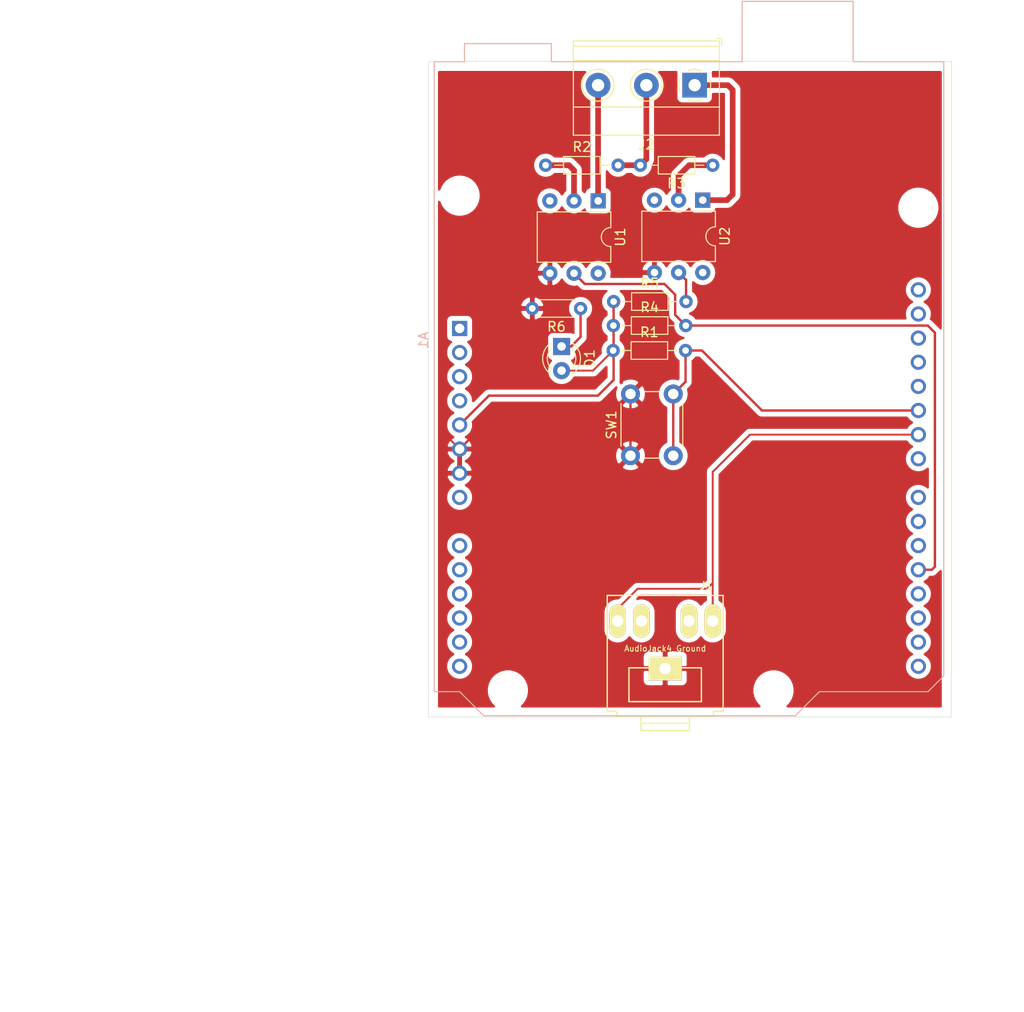
<source format=kicad_pcb>
(kicad_pcb (version 20171130) (host pcbnew "(5.1.9)-1")

  (general
    (thickness 1.6)
    (drawings 6)
    (tracks 67)
    (zones 0)
    (modules 13)
    (nets 43)
  )

  (page A4)
  (layers
    (0 F.Cu signal)
    (31 B.Cu signal)
    (32 B.Adhes user)
    (33 F.Adhes user)
    (34 B.Paste user)
    (35 F.Paste user)
    (36 B.SilkS user)
    (37 F.SilkS user)
    (38 B.Mask user)
    (39 F.Mask user)
    (40 Dwgs.User user)
    (41 Cmts.User user)
    (42 Eco1.User user)
    (43 Eco2.User user)
    (44 Edge.Cuts user)
    (45 Margin user)
    (46 B.CrtYd user hide)
    (47 F.CrtYd user)
    (48 B.Fab user hide)
    (49 F.Fab user)
  )

  (setup
    (last_trace_width 0.25)
    (trace_clearance 0.2)
    (zone_clearance 0.508)
    (zone_45_only no)
    (trace_min 0.2)
    (via_size 0.8)
    (via_drill 0.4)
    (via_min_size 0.4)
    (via_min_drill 0.3)
    (uvia_size 0.3)
    (uvia_drill 0.1)
    (uvias_allowed no)
    (uvia_min_size 0.2)
    (uvia_min_drill 0.1)
    (edge_width 0.05)
    (segment_width 0.2)
    (pcb_text_width 0.3)
    (pcb_text_size 1.5 1.5)
    (mod_edge_width 0.12)
    (mod_text_size 1 1)
    (mod_text_width 0.15)
    (pad_size 1.524 1.524)
    (pad_drill 0.762)
    (pad_to_mask_clearance 0)
    (aux_axis_origin 0 0)
    (visible_elements 7FFFFFFF)
    (pcbplotparams
      (layerselection 0x010fc_ffffffff)
      (usegerberextensions true)
      (usegerberattributes false)
      (usegerberadvancedattributes false)
      (creategerberjobfile false)
      (excludeedgelayer false)
      (linewidth 0.100000)
      (plotframeref false)
      (viasonmask false)
      (mode 1)
      (useauxorigin true)
      (hpglpennumber 1)
      (hpglpenspeed 20)
      (hpglpendiameter 15.000000)
      (psnegative false)
      (psa4output false)
      (plotreference true)
      (plotvalue true)
      (plotinvisibletext false)
      (padsonsilk true)
      (subtractmaskfromsilk false)
      (outputformat 1)
      (mirror false)
      (drillshape 0)
      (scaleselection 1)
      (outputdirectory "gerber/"))
  )

  (net 0 "")
  (net 1 "Net-(A1-Pad16)")
  (net 2 "Net-(A1-Pad15)")
  (net 3 "Net-(A1-Pad14)")
  (net 4 "Net-(A1-Pad13)")
  (net 5 "Net-(A1-Pad28)")
  (net 6 "Net-(A1-Pad12)")
  (net 7 "Net-(A1-Pad27)")
  (net 8 "Net-(A1-Pad11)")
  (net 9 "Net-(A1-Pad26)")
  (net 10 "Net-(A1-Pad10)")
  (net 11 "Net-(A1-Pad9)")
  (net 12 9)
  (net 13 "Net-(A1-Pad8)")
  (net 14 "Net-(A1-Pad23)")
  (net 15 GND)
  (net 16 "Net-(A1-Pad22)")
  (net 17 "Net-(A1-Pad21)")
  (net 18 +5V)
  (net 19 5)
  (net 20 "Net-(A1-Pad4)")
  (net 21 4)
  (net 22 "Net-(A1-Pad3)")
  (net 23 "Net-(A1-Pad18)")
  (net 24 "Net-(A1-Pad2)")
  (net 25 "Net-(A1-Pad17)")
  (net 26 "Net-(A1-Pad1)")
  (net 27 "Net-(A1-Pad30)")
  (net 28 "Net-(A1-Pad29)")
  (net 29 "Net-(R2-Pad1)")
  (net 30 "Net-(R3-Pad1)")
  (net 31 "Net-(R5-Pad2)")
  (net 32 "Net-(U1-Pad6)")
  (net 33 "Net-(U1-Pad3)")
  (net 34 "Net-(U2-Pad6)")
  (net 35 "Net-(U2-Pad3)")
  (net 36 GND1)
  (net 37 "Net-(A1-Pad20)")
  (net 38 /Luz1)
  (net 39 /Luz2)
  (net 40 "Net-(J1-PadR1)")
  (net 41 "Net-(J1-PadR2)")
  (net 42 "Net-(D1-Pad1)")

  (net_class Default "This is the default net class."
    (clearance 0.2)
    (trace_width 0.25)
    (via_dia 0.8)
    (via_drill 0.4)
    (uvia_dia 0.3)
    (uvia_drill 0.1)
    (add_net "Net-(D1-Pad1)")
    (add_net "Net-(J1-PadR1)")
    (add_net "Net-(J1-PadR2)")
  )

  (net_class POWER ""
    (clearance 0.2)
    (trace_width 0.6)
    (via_dia 0.8)
    (via_drill 0.4)
    (uvia_dia 0.3)
    (uvia_drill 0.1)
    (add_net /Luz1)
    (add_net /Luz2)
    (add_net GND1)
    (add_net "Net-(R2-Pad1)")
    (add_net "Net-(R3-Pad1)")
  )

  (net_class Signal ""
    (clearance 0.2)
    (trace_width 0.2)
    (via_dia 0.8)
    (via_drill 0.4)
    (uvia_dia 0.3)
    (uvia_drill 0.1)
    (add_net +5V)
    (add_net 4)
    (add_net 5)
    (add_net 9)
    (add_net GND)
    (add_net "Net-(A1-Pad1)")
    (add_net "Net-(A1-Pad10)")
    (add_net "Net-(A1-Pad11)")
    (add_net "Net-(A1-Pad12)")
    (add_net "Net-(A1-Pad13)")
    (add_net "Net-(A1-Pad14)")
    (add_net "Net-(A1-Pad15)")
    (add_net "Net-(A1-Pad16)")
    (add_net "Net-(A1-Pad17)")
    (add_net "Net-(A1-Pad18)")
    (add_net "Net-(A1-Pad2)")
    (add_net "Net-(A1-Pad20)")
    (add_net "Net-(A1-Pad21)")
    (add_net "Net-(A1-Pad22)")
    (add_net "Net-(A1-Pad23)")
    (add_net "Net-(A1-Pad26)")
    (add_net "Net-(A1-Pad27)")
    (add_net "Net-(A1-Pad28)")
    (add_net "Net-(A1-Pad29)")
    (add_net "Net-(A1-Pad3)")
    (add_net "Net-(A1-Pad30)")
    (add_net "Net-(A1-Pad4)")
    (add_net "Net-(A1-Pad8)")
    (add_net "Net-(A1-Pad9)")
    (add_net "Net-(R5-Pad2)")
    (add_net "Net-(U1-Pad3)")
    (add_net "Net-(U1-Pad6)")
    (add_net "Net-(U2-Pad3)")
    (add_net "Net-(U2-Pad6)")
  )

  (module Resistor_THT:R_Axial_DIN0204_L3.6mm_D1.6mm_P5.08mm_Horizontal (layer F.Cu) (tedit 5AE5139B) (tstamp 6115A8A2)
    (at 129 79 180)
    (descr "Resistor, Axial_DIN0204 series, Axial, Horizontal, pin pitch=5.08mm, 0.167W, length*diameter=3.6*1.6mm^2, http://cdn-reichelt.de/documents/datenblatt/B400/1_4W%23YAG.pdf")
    (tags "Resistor Axial_DIN0204 series Axial Horizontal pin pitch 5.08mm 0.167W length 3.6mm diameter 1.6mm")
    (path /6115B14A)
    (fp_text reference R6 (at 2.54 -1.92) (layer F.SilkS)
      (effects (font (size 1 1) (thickness 0.15)))
    )
    (fp_text value R (at 2.54 1.92) (layer F.Fab)
      (effects (font (size 1 1) (thickness 0.15)))
    )
    (fp_line (start 6.03 -1.05) (end -0.95 -1.05) (layer F.CrtYd) (width 0.05))
    (fp_line (start 6.03 1.05) (end 6.03 -1.05) (layer F.CrtYd) (width 0.05))
    (fp_line (start -0.95 1.05) (end 6.03 1.05) (layer F.CrtYd) (width 0.05))
    (fp_line (start -0.95 -1.05) (end -0.95 1.05) (layer F.CrtYd) (width 0.05))
    (fp_line (start 0.62 0.92) (end 4.46 0.92) (layer F.SilkS) (width 0.12))
    (fp_line (start 0.62 -0.92) (end 4.46 -0.92) (layer F.SilkS) (width 0.12))
    (fp_line (start 5.08 0) (end 4.34 0) (layer F.Fab) (width 0.1))
    (fp_line (start 0 0) (end 0.74 0) (layer F.Fab) (width 0.1))
    (fp_line (start 4.34 -0.8) (end 0.74 -0.8) (layer F.Fab) (width 0.1))
    (fp_line (start 4.34 0.8) (end 4.34 -0.8) (layer F.Fab) (width 0.1))
    (fp_line (start 0.74 0.8) (end 4.34 0.8) (layer F.Fab) (width 0.1))
    (fp_line (start 0.74 -0.8) (end 0.74 0.8) (layer F.Fab) (width 0.1))
    (fp_text user %R (at 2.54 0) (layer F.Fab)
      (effects (font (size 0.72 0.72) (thickness 0.108)))
    )
    (pad 2 thru_hole oval (at 5.08 0 180) (size 1.4 1.4) (drill 0.7) (layers *.Cu *.Mask)
      (net 15 GND))
    (pad 1 thru_hole circle (at 0 0 180) (size 1.4 1.4) (drill 0.7) (layers *.Cu *.Mask)
      (net 42 "Net-(D1-Pad1)"))
    (model ${KISYS3DMOD}/Resistor_THT.3dshapes/R_Axial_DIN0204_L3.6mm_D1.6mm_P5.08mm_Horizontal.wrl
      (at (xyz 0 0 0))
      (scale (xyz 1 1 1))
      (rotate (xyz 0 0 0))
    )
  )

  (module LED_THT:LED_D3.0mm (layer F.Cu) (tedit 587A3A7B) (tstamp 6115A5AC)
    (at 127 83 270)
    (descr "LED, diameter 3.0mm, 2 pins")
    (tags "LED diameter 3.0mm 2 pins")
    (path /6115A1CD)
    (fp_text reference D1 (at 1.27 -2.96 90) (layer F.SilkS)
      (effects (font (size 1 1) (thickness 0.15)))
    )
    (fp_text value LED (at 1.27 2.96 90) (layer F.Fab)
      (effects (font (size 1 1) (thickness 0.15)))
    )
    (fp_line (start 3.7 -2.25) (end -1.15 -2.25) (layer F.CrtYd) (width 0.05))
    (fp_line (start 3.7 2.25) (end 3.7 -2.25) (layer F.CrtYd) (width 0.05))
    (fp_line (start -1.15 2.25) (end 3.7 2.25) (layer F.CrtYd) (width 0.05))
    (fp_line (start -1.15 -2.25) (end -1.15 2.25) (layer F.CrtYd) (width 0.05))
    (fp_line (start -0.29 1.08) (end -0.29 1.236) (layer F.SilkS) (width 0.12))
    (fp_line (start -0.29 -1.236) (end -0.29 -1.08) (layer F.SilkS) (width 0.12))
    (fp_line (start -0.23 -1.16619) (end -0.23 1.16619) (layer F.Fab) (width 0.1))
    (fp_circle (center 1.27 0) (end 2.77 0) (layer F.Fab) (width 0.1))
    (fp_arc (start 1.27 0) (end 0.229039 1.08) (angle -87.9) (layer F.SilkS) (width 0.12))
    (fp_arc (start 1.27 0) (end 0.229039 -1.08) (angle 87.9) (layer F.SilkS) (width 0.12))
    (fp_arc (start 1.27 0) (end -0.29 1.235516) (angle -108.8) (layer F.SilkS) (width 0.12))
    (fp_arc (start 1.27 0) (end -0.29 -1.235516) (angle 108.8) (layer F.SilkS) (width 0.12))
    (fp_arc (start 1.27 0) (end -0.23 -1.16619) (angle 284.3) (layer F.Fab) (width 0.1))
    (pad 2 thru_hole circle (at 2.54 0 270) (size 1.8 1.8) (drill 0.9) (layers *.Cu *.Mask)
      (net 18 +5V))
    (pad 1 thru_hole rect (at 0 0 270) (size 1.8 1.8) (drill 0.9) (layers *.Cu *.Mask)
      (net 42 "Net-(D1-Pad1)"))
    (model ${KISYS3DMOD}/LED_THT.3dshapes/LED_D3.0mm.wrl
      (at (xyz 0 0 0))
      (scale (xyz 1 1 1))
      (rotate (xyz 0 0 0))
    )
  )

  (module Mi_libreria:Tayda_3.5mm_stereo_TRS_jack_A-853 (layer F.Cu) (tedit 61151B29) (tstamp 61159078)
    (at 137.9 115.3 180)
    (path /6115C31D)
    (fp_text reference J1 (at -4.318 7.112) (layer F.SilkS)
      (effects (font (size 0.8 0.8) (thickness 0.15)))
    )
    (fp_text value AudioJack4_Ground (at 0 0.508) (layer F.SilkS)
      (effects (font (size 0.6 0.6) (thickness 0.1)))
    )
    (fp_line (start 6.096 6.096) (end -6.096 6.096) (layer F.SilkS) (width 0.15))
    (fp_line (start 6.096 -6.096) (end 6.096 6.096) (layer F.SilkS) (width 0.15))
    (fp_line (start -6.096 6.096) (end -6.096 -6.096) (layer F.SilkS) (width 0.15))
    (fp_line (start -2.54 -8.128) (end 2.54 -8.128) (layer F.SilkS) (width 0.15))
    (fp_line (start 5.08 -6.604) (end 5.08 -6.096) (layer F.SilkS) (width 0.15))
    (fp_line (start -5.08 -6.604) (end 5.08 -6.604) (layer F.SilkS) (width 0.15))
    (fp_line (start -5.08 -6.35) (end -5.08 -6.604) (layer F.SilkS) (width 0.15))
    (fp_line (start -5.08 -6.096) (end -5.08 -6.35) (layer F.SilkS) (width 0.15))
    (fp_line (start -2.54 -7.366) (end 2.54 -7.366) (layer F.SilkS) (width 0.15))
    (fp_line (start 2.54 -6.604) (end 2.54 -8.128) (layer F.SilkS) (width 0.15))
    (fp_line (start -2.54 -8.128) (end -2.54 -6.604) (layer F.SilkS) (width 0.15))
    (fp_line (start 6.096 -6.096) (end 5.08 -6.096) (layer F.SilkS) (width 0.15))
    (fp_line (start -5.08 -6.096) (end -6.096 -6.096) (layer F.SilkS) (width 0.15))
    (fp_line (start 3.81 -1.524) (end 1.778 -1.524) (layer F.SilkS) (width 0.15))
    (fp_line (start 3.81 -5.08) (end 3.81 -1.524) (layer F.SilkS) (width 0.15))
    (fp_line (start -3.81 -5.08) (end 3.81 -5.08) (layer F.SilkS) (width 0.15))
    (fp_line (start -3.81 -1.524) (end -3.81 -5.08) (layer F.SilkS) (width 0.15))
    (fp_line (start -1.778 -1.524) (end -3.81 -1.524) (layer F.SilkS) (width 0.15))
    (pad R1 thru_hole oval (at -2.5 3.41 180) (size 1.75 3.5) (drill 1.2) (layers *.Cu *.Mask F.SilkS)
      (net 40 "Net-(J1-PadR1)"))
    (pad R2 thru_hole oval (at 2.5 3.41 180) (size 1.75 3.5) (drill 1.2) (layers *.Cu *.Mask F.SilkS)
      (net 41 "Net-(J1-PadR2)"))
    (pad S thru_hole oval (at -5 3.41 180) (size 1.75 3.5) (drill 1.2) (layers *.Cu *.Mask F.SilkS)
      (net 12 9))
    (pad T thru_hole oval (at 5 3.41 180) (size 1.75 3.5) (drill 1.2) (layers *.Cu *.Mask F.SilkS)
      (net 12 9))
    (pad G thru_hole rect (at 0 -1.596 180) (size 3.5 2.5) (drill 1.2) (layers *.Cu *.Mask F.SilkS)
      (net 15 GND))
  )

  (module Module:Arduino_UNO_R2_WithMountingHoles (layer B.Cu) (tedit 5B3F9642) (tstamp 610D6870)
    (at 116.275 81.1 270)
    (descr "Arduino UNO R2, http://www.mouser.com/pdfdocs/Gravitech_Arduino_Nano3_0.pdf")
    (tags "Arduino UNO R2")
    (path /6113886C)
    (fp_text reference A1 (at 1.27 3.81 90) (layer B.SilkS)
      (effects (font (size 1 1) (thickness 0.15)) (justify mirror))
    )
    (fp_text value Arduino_UNO_R2 (at 0 -22.86 270) (layer B.Fab)
      (effects (font (size 1 1) (thickness 0.15)) (justify mirror))
    )
    (fp_line (start -27.94 2.54) (end 38.1 2.54) (layer B.Fab) (width 0.1))
    (fp_line (start -27.94 -50.8) (end -27.94 2.54) (layer B.Fab) (width 0.1))
    (fp_line (start 36.58 -50.8) (end -27.94 -50.8) (layer B.Fab) (width 0.1))
    (fp_line (start 38.1 -49.28) (end 36.58 -50.8) (layer B.Fab) (width 0.1))
    (fp_line (start 38.1 0) (end 40.64 -2.54) (layer B.Fab) (width 0.1))
    (fp_line (start 38.1 2.54) (end 38.1 0) (layer B.Fab) (width 0.1))
    (fp_line (start 40.64 -35.31) (end 38.1 -37.85) (layer B.Fab) (width 0.1))
    (fp_line (start 40.64 -2.54) (end 40.64 -35.31) (layer B.Fab) (width 0.1))
    (fp_line (start 38.1 -37.85) (end 38.1 -49.28) (layer B.Fab) (width 0.1))
    (fp_line (start -29.84 -9.53) (end -29.84 -0.64) (layer B.Fab) (width 0.1))
    (fp_line (start -16.51 -9.53) (end -29.84 -9.53) (layer B.Fab) (width 0.1))
    (fp_line (start -16.51 -0.64) (end -16.51 -9.53) (layer B.Fab) (width 0.1))
    (fp_line (start -29.84 -0.64) (end -16.51 -0.64) (layer B.Fab) (width 0.1))
    (fp_line (start -34.29 -41.27) (end -34.29 -29.84) (layer B.Fab) (width 0.1))
    (fp_line (start -18.41 -41.27) (end -34.29 -41.27) (layer B.Fab) (width 0.1))
    (fp_line (start -18.41 -29.84) (end -18.41 -41.27) (layer B.Fab) (width 0.1))
    (fp_line (start -34.29 -29.84) (end -18.41 -29.84) (layer B.Fab) (width 0.1))
    (fp_line (start 38.23 -37.85) (end 40.77 -35.31) (layer B.SilkS) (width 0.12))
    (fp_line (start 38.23 -49.28) (end 38.23 -37.85) (layer B.SilkS) (width 0.12))
    (fp_line (start 36.58 -50.93) (end 38.23 -49.28) (layer B.SilkS) (width 0.12))
    (fp_line (start -28.07 -50.93) (end 36.58 -50.93) (layer B.SilkS) (width 0.12))
    (fp_line (start -28.07 -41.4) (end -28.07 -50.93) (layer B.SilkS) (width 0.12))
    (fp_line (start -34.42 -41.4) (end -28.07 -41.4) (layer B.SilkS) (width 0.12))
    (fp_line (start -34.42 -29.72) (end -34.42 -41.4) (layer B.SilkS) (width 0.12))
    (fp_line (start -28.07 -29.72) (end -34.42 -29.72) (layer B.SilkS) (width 0.12))
    (fp_line (start -28.07 -9.65) (end -28.07 -29.72) (layer B.SilkS) (width 0.12))
    (fp_line (start -29.97 -9.65) (end -28.07 -9.65) (layer B.SilkS) (width 0.12))
    (fp_line (start -29.97 -0.51) (end -29.97 -9.65) (layer B.SilkS) (width 0.12))
    (fp_line (start -28.07 -0.51) (end -29.97 -0.51) (layer B.SilkS) (width 0.12))
    (fp_line (start -28.07 2.67) (end -28.07 -0.51) (layer B.SilkS) (width 0.12))
    (fp_line (start 38.23 2.67) (end -28.07 2.67) (layer B.SilkS) (width 0.12))
    (fp_line (start 38.23 0) (end 38.23 2.67) (layer B.SilkS) (width 0.12))
    (fp_line (start 40.77 -2.54) (end 38.23 0) (layer B.SilkS) (width 0.12))
    (fp_line (start 40.77 -35.31) (end 40.77 -2.54) (layer B.SilkS) (width 0.12))
    (fp_line (start -28.19 2.79) (end 38.35 2.79) (layer B.CrtYd) (width 0.05))
    (fp_line (start -28.19 -0.38) (end -28.19 2.79) (layer B.CrtYd) (width 0.05))
    (fp_line (start -30.1 -0.38) (end -28.19 -0.38) (layer B.CrtYd) (width 0.05))
    (fp_line (start -30.1 -9.78) (end -30.1 -0.38) (layer B.CrtYd) (width 0.05))
    (fp_line (start -28.19 -9.78) (end -30.1 -9.78) (layer B.CrtYd) (width 0.05))
    (fp_line (start -28.19 -29.59) (end -28.19 -9.78) (layer B.CrtYd) (width 0.05))
    (fp_line (start -34.54 -29.59) (end -28.19 -29.59) (layer B.CrtYd) (width 0.05))
    (fp_line (start -34.54 -41.53) (end -34.54 -29.59) (layer B.CrtYd) (width 0.05))
    (fp_line (start -28.19 -41.53) (end -34.54 -41.53) (layer B.CrtYd) (width 0.05))
    (fp_line (start -28.19 -51.05) (end -28.19 -41.53) (layer B.CrtYd) (width 0.05))
    (fp_line (start 36.58 -51.05) (end -28.19 -51.05) (layer B.CrtYd) (width 0.05))
    (fp_line (start 38.35 -49.28) (end 36.58 -51.05) (layer B.CrtYd) (width 0.05))
    (fp_line (start 38.35 -37.85) (end 38.35 -49.28) (layer B.CrtYd) (width 0.05))
    (fp_line (start 40.89 -35.31) (end 38.35 -37.85) (layer B.CrtYd) (width 0.05))
    (fp_line (start 40.89 -2.54) (end 40.89 -35.31) (layer B.CrtYd) (width 0.05))
    (fp_line (start 38.35 0) (end 40.89 -2.54) (layer B.CrtYd) (width 0.05))
    (fp_line (start 38.35 2.79) (end 38.35 0) (layer B.CrtYd) (width 0.05))
    (fp_text user %R (at 0 -20.32 90) (layer B.Fab)
      (effects (font (size 1 1) (thickness 0.15)) (justify mirror))
    )
    (pad "" np_thru_hole circle (at 38.1 -5.08 180) (size 3.2 3.2) (drill 3.2) (layers *.Cu *.Mask))
    (pad "" np_thru_hole circle (at 38.1 -33.02 180) (size 3.2 3.2) (drill 3.2) (layers *.Cu *.Mask))
    (pad "" np_thru_hole circle (at -12.7 -48.26 180) (size 3.2 3.2) (drill 3.2) (layers *.Cu *.Mask))
    (pad "" np_thru_hole circle (at -13.97 0 180) (size 3.2 3.2) (drill 3.2) (layers *.Cu *.Mask))
    (pad 16 thru_hole oval (at 33.02 -48.26 180) (size 1.6 1.6) (drill 1) (layers *.Cu *.Mask)
      (net 1 "Net-(A1-Pad16)"))
    (pad 15 thru_hole oval (at 35.56 -48.26 180) (size 1.6 1.6) (drill 1) (layers *.Cu *.Mask)
      (net 2 "Net-(A1-Pad15)"))
    (pad 14 thru_hole oval (at 35.56 0 180) (size 1.6 1.6) (drill 1) (layers *.Cu *.Mask)
      (net 3 "Net-(A1-Pad14)"))
    (pad 13 thru_hole oval (at 33.02 0 180) (size 1.6 1.6) (drill 1) (layers *.Cu *.Mask)
      (net 4 "Net-(A1-Pad13)"))
    (pad 28 thru_hole oval (at 1.02 -48.26 180) (size 1.6 1.6) (drill 1) (layers *.Cu *.Mask)
      (net 5 "Net-(A1-Pad28)"))
    (pad 12 thru_hole oval (at 30.48 0 180) (size 1.6 1.6) (drill 1) (layers *.Cu *.Mask)
      (net 6 "Net-(A1-Pad12)"))
    (pad 27 thru_hole oval (at 3.56 -48.26 180) (size 1.6 1.6) (drill 1) (layers *.Cu *.Mask)
      (net 7 "Net-(A1-Pad27)"))
    (pad 11 thru_hole oval (at 27.94 0 180) (size 1.6 1.6) (drill 1) (layers *.Cu *.Mask)
      (net 8 "Net-(A1-Pad11)"))
    (pad 26 thru_hole oval (at 6.1 -48.26 180) (size 1.6 1.6) (drill 1) (layers *.Cu *.Mask)
      (net 9 "Net-(A1-Pad26)"))
    (pad 10 thru_hole oval (at 25.4 0 180) (size 1.6 1.6) (drill 1) (layers *.Cu *.Mask)
      (net 10 "Net-(A1-Pad10)"))
    (pad 25 thru_hole oval (at 8.64 -48.26 180) (size 1.6 1.6) (drill 1) (layers *.Cu *.Mask)
      (net 19 5))
    (pad 9 thru_hole oval (at 22.86 0 180) (size 1.6 1.6) (drill 1) (layers *.Cu *.Mask)
      (net 11 "Net-(A1-Pad9)"))
    (pad 24 thru_hole oval (at 11.18 -48.26 180) (size 1.6 1.6) (drill 1) (layers *.Cu *.Mask)
      (net 12 9))
    (pad 8 thru_hole oval (at 17.78 0 180) (size 1.6 1.6) (drill 1) (layers *.Cu *.Mask)
      (net 13 "Net-(A1-Pad8)"))
    (pad 23 thru_hole oval (at 13.72 -48.26 180) (size 1.6 1.6) (drill 1) (layers *.Cu *.Mask)
      (net 14 "Net-(A1-Pad23)"))
    (pad 7 thru_hole oval (at 15.24 0 180) (size 1.6 1.6) (drill 1) (layers *.Cu *.Mask)
      (net 15 GND))
    (pad 22 thru_hole oval (at 17.78 -48.26 180) (size 1.6 1.6) (drill 1) (layers *.Cu *.Mask)
      (net 16 "Net-(A1-Pad22)"))
    (pad 6 thru_hole oval (at 12.7 0 180) (size 1.6 1.6) (drill 1) (layers *.Cu *.Mask)
      (net 15 GND))
    (pad 21 thru_hole oval (at 20.32 -48.26 180) (size 1.6 1.6) (drill 1) (layers *.Cu *.Mask)
      (net 17 "Net-(A1-Pad21)"))
    (pad 5 thru_hole oval (at 10.16 0 180) (size 1.6 1.6) (drill 1) (layers *.Cu *.Mask)
      (net 18 +5V))
    (pad 20 thru_hole oval (at 22.86 -48.26 180) (size 1.6 1.6) (drill 1) (layers *.Cu *.Mask)
      (net 37 "Net-(A1-Pad20)"))
    (pad 4 thru_hole oval (at 7.62 0 180) (size 1.6 1.6) (drill 1) (layers *.Cu *.Mask)
      (net 20 "Net-(A1-Pad4)"))
    (pad 19 thru_hole oval (at 25.4 -48.26 180) (size 1.6 1.6) (drill 1) (layers *.Cu *.Mask)
      (net 21 4))
    (pad 3 thru_hole oval (at 5.08 0 180) (size 1.6 1.6) (drill 1) (layers *.Cu *.Mask)
      (net 22 "Net-(A1-Pad3)"))
    (pad 18 thru_hole oval (at 27.94 -48.26 180) (size 1.6 1.6) (drill 1) (layers *.Cu *.Mask)
      (net 23 "Net-(A1-Pad18)"))
    (pad 2 thru_hole oval (at 2.54 0 180) (size 1.6 1.6) (drill 1) (layers *.Cu *.Mask)
      (net 24 "Net-(A1-Pad2)"))
    (pad 17 thru_hole oval (at 30.48 -48.26 180) (size 1.6 1.6) (drill 1) (layers *.Cu *.Mask)
      (net 25 "Net-(A1-Pad17)"))
    (pad 1 thru_hole rect (at 0 0 180) (size 1.6 1.6) (drill 1) (layers *.Cu *.Mask)
      (net 26 "Net-(A1-Pad1)"))
    (pad 30 thru_hole oval (at -4.06 -48.26 180) (size 1.6 1.6) (drill 1) (layers *.Cu *.Mask)
      (net 27 "Net-(A1-Pad30)"))
    (pad 29 thru_hole oval (at -1.52 -48.26 180) (size 1.6 1.6) (drill 1) (layers *.Cu *.Mask)
      (net 28 "Net-(A1-Pad29)"))
    (model ${KISYS3DMOD}/Module.3dshapes/Arduino_UNO_R2_WithMountingHoles.wrl
      (at (xyz 0 0 0))
      (scale (xyz 1 1 1))
      (rotate (xyz 0 0 0))
    )
  )

  (module Resistor_THT:R_Axial_DIN0204_L3.6mm_D1.6mm_P7.62mm_Horizontal (layer F.Cu) (tedit 5AE5139B) (tstamp 610DE7D5)
    (at 132.425 83.425)
    (descr "Resistor, Axial_DIN0204 series, Axial, Horizontal, pin pitch=7.62mm, 0.167W, length*diameter=3.6*1.6mm^2, http://cdn-reichelt.de/documents/datenblatt/B400/1_4W%23YAG.pdf")
    (tags "Resistor Axial_DIN0204 series Axial Horizontal pin pitch 7.62mm 0.167W length 3.6mm diameter 1.6mm")
    (path /6101CF7E)
    (fp_text reference R1 (at 3.81 -1.92) (layer F.SilkS)
      (effects (font (size 1 1) (thickness 0.15)))
    )
    (fp_text value 3.33k (at 3.81 1.92) (layer F.Fab)
      (effects (font (size 1 1) (thickness 0.15)))
    )
    (fp_line (start 8.57 -1.05) (end -0.95 -1.05) (layer F.CrtYd) (width 0.05))
    (fp_line (start 8.57 1.05) (end 8.57 -1.05) (layer F.CrtYd) (width 0.05))
    (fp_line (start -0.95 1.05) (end 8.57 1.05) (layer F.CrtYd) (width 0.05))
    (fp_line (start -0.95 -1.05) (end -0.95 1.05) (layer F.CrtYd) (width 0.05))
    (fp_line (start 6.68 0) (end 5.73 0) (layer F.SilkS) (width 0.12))
    (fp_line (start 0.94 0) (end 1.89 0) (layer F.SilkS) (width 0.12))
    (fp_line (start 5.73 -0.92) (end 1.89 -0.92) (layer F.SilkS) (width 0.12))
    (fp_line (start 5.73 0.92) (end 5.73 -0.92) (layer F.SilkS) (width 0.12))
    (fp_line (start 1.89 0.92) (end 5.73 0.92) (layer F.SilkS) (width 0.12))
    (fp_line (start 1.89 -0.92) (end 1.89 0.92) (layer F.SilkS) (width 0.12))
    (fp_line (start 7.62 0) (end 5.61 0) (layer F.Fab) (width 0.1))
    (fp_line (start 0 0) (end 2.01 0) (layer F.Fab) (width 0.1))
    (fp_line (start 5.61 -0.8) (end 2.01 -0.8) (layer F.Fab) (width 0.1))
    (fp_line (start 5.61 0.8) (end 5.61 -0.8) (layer F.Fab) (width 0.1))
    (fp_line (start 2.01 0.8) (end 5.61 0.8) (layer F.Fab) (width 0.1))
    (fp_line (start 2.01 -0.8) (end 2.01 0.8) (layer F.Fab) (width 0.1))
    (fp_text user %R (at 3.81 0) (layer F.Fab)
      (effects (font (size 0.72 0.72) (thickness 0.108)))
    )
    (pad 2 thru_hole oval (at 7.62 0) (size 1.4 1.4) (drill 0.7) (layers *.Cu *.Mask)
      (net 19 5))
    (pad 1 thru_hole circle (at 0 0) (size 1.4 1.4) (drill 0.7) (layers *.Cu *.Mask)
      (net 18 +5V))
    (model ${KISYS3DMOD}/Resistor_THT.3dshapes/R_Axial_DIN0204_L3.6mm_D1.6mm_P7.62mm_Horizontal.wrl
      (at (xyz 0 0 0))
      (scale (xyz 1 1 1))
      (rotate (xyz 0 0 0))
    )
  )

  (module Resistor_THT:R_Axial_DIN0204_L3.6mm_D1.6mm_P7.62mm_Horizontal (layer F.Cu) (tedit 5AE5139B) (tstamp 610DE66A)
    (at 125.325 63.925)
    (descr "Resistor, Axial_DIN0204 series, Axial, Horizontal, pin pitch=7.62mm, 0.167W, length*diameter=3.6*1.6mm^2, http://cdn-reichelt.de/documents/datenblatt/B400/1_4W%23YAG.pdf")
    (tags "Resistor Axial_DIN0204 series Axial Horizontal pin pitch 7.62mm 0.167W length 3.6mm diameter 1.6mm")
    (path /6100853C)
    (fp_text reference R2 (at 3.81 -1.92) (layer F.SilkS)
      (effects (font (size 1 1) (thickness 0.15)))
    )
    (fp_text value 1k (at 3.81 1.92) (layer F.Fab)
      (effects (font (size 1 1) (thickness 0.15)))
    )
    (fp_line (start 8.57 -1.05) (end -0.95 -1.05) (layer F.CrtYd) (width 0.05))
    (fp_line (start 8.57 1.05) (end 8.57 -1.05) (layer F.CrtYd) (width 0.05))
    (fp_line (start -0.95 1.05) (end 8.57 1.05) (layer F.CrtYd) (width 0.05))
    (fp_line (start -0.95 -1.05) (end -0.95 1.05) (layer F.CrtYd) (width 0.05))
    (fp_line (start 6.68 0) (end 5.73 0) (layer F.SilkS) (width 0.12))
    (fp_line (start 0.94 0) (end 1.89 0) (layer F.SilkS) (width 0.12))
    (fp_line (start 5.73 -0.92) (end 1.89 -0.92) (layer F.SilkS) (width 0.12))
    (fp_line (start 5.73 0.92) (end 5.73 -0.92) (layer F.SilkS) (width 0.12))
    (fp_line (start 1.89 0.92) (end 5.73 0.92) (layer F.SilkS) (width 0.12))
    (fp_line (start 1.89 -0.92) (end 1.89 0.92) (layer F.SilkS) (width 0.12))
    (fp_line (start 7.62 0) (end 5.61 0) (layer F.Fab) (width 0.1))
    (fp_line (start 0 0) (end 2.01 0) (layer F.Fab) (width 0.1))
    (fp_line (start 5.61 -0.8) (end 2.01 -0.8) (layer F.Fab) (width 0.1))
    (fp_line (start 5.61 0.8) (end 5.61 -0.8) (layer F.Fab) (width 0.1))
    (fp_line (start 2.01 0.8) (end 5.61 0.8) (layer F.Fab) (width 0.1))
    (fp_line (start 2.01 -0.8) (end 2.01 0.8) (layer F.Fab) (width 0.1))
    (fp_text user %R (at 3.81 0) (layer F.Fab)
      (effects (font (size 0.72 0.72) (thickness 0.108)))
    )
    (pad 2 thru_hole oval (at 7.62 0) (size 1.4 1.4) (drill 0.7) (layers *.Cu *.Mask)
      (net 36 GND1))
    (pad 1 thru_hole circle (at 0 0) (size 1.4 1.4) (drill 0.7) (layers *.Cu *.Mask)
      (net 29 "Net-(R2-Pad1)"))
    (model ${KISYS3DMOD}/Resistor_THT.3dshapes/R_Axial_DIN0204_L3.6mm_D1.6mm_P7.62mm_Horizontal.wrl
      (at (xyz 0 0 0))
      (scale (xyz 1 1 1))
      (rotate (xyz 0 0 0))
    )
  )

  (module Package_DIP:DIP-6_W7.62mm (layer F.Cu) (tedit 5A02E8C5) (tstamp 610D6CE1)
    (at 141.85 67.6 270)
    (descr "6-lead though-hole mounted DIP package, row spacing 7.62 mm (300 mils)")
    (tags "THT DIP DIL PDIP 2.54mm 7.62mm 300mil")
    (path /61005205)
    (fp_text reference U2 (at 3.81 -2.33 90) (layer F.SilkS)
      (effects (font (size 1 1) (thickness 0.15)))
    )
    (fp_text value 4N27 (at 3.81 7.41 90) (layer F.Fab)
      (effects (font (size 1 1) (thickness 0.15)))
    )
    (fp_line (start 8.7 -1.55) (end -1.1 -1.55) (layer F.CrtYd) (width 0.05))
    (fp_line (start 8.7 6.6) (end 8.7 -1.55) (layer F.CrtYd) (width 0.05))
    (fp_line (start -1.1 6.6) (end 8.7 6.6) (layer F.CrtYd) (width 0.05))
    (fp_line (start -1.1 -1.55) (end -1.1 6.6) (layer F.CrtYd) (width 0.05))
    (fp_line (start 6.46 -1.33) (end 4.81 -1.33) (layer F.SilkS) (width 0.12))
    (fp_line (start 6.46 6.41) (end 6.46 -1.33) (layer F.SilkS) (width 0.12))
    (fp_line (start 1.16 6.41) (end 6.46 6.41) (layer F.SilkS) (width 0.12))
    (fp_line (start 1.16 -1.33) (end 1.16 6.41) (layer F.SilkS) (width 0.12))
    (fp_line (start 2.81 -1.33) (end 1.16 -1.33) (layer F.SilkS) (width 0.12))
    (fp_line (start 0.635 -0.27) (end 1.635 -1.27) (layer F.Fab) (width 0.1))
    (fp_line (start 0.635 6.35) (end 0.635 -0.27) (layer F.Fab) (width 0.1))
    (fp_line (start 6.985 6.35) (end 0.635 6.35) (layer F.Fab) (width 0.1))
    (fp_line (start 6.985 -1.27) (end 6.985 6.35) (layer F.Fab) (width 0.1))
    (fp_line (start 1.635 -1.27) (end 6.985 -1.27) (layer F.Fab) (width 0.1))
    (fp_text user %R (at 3.81 2.54 90) (layer F.Fab)
      (effects (font (size 1 1) (thickness 0.15)))
    )
    (fp_arc (start 3.81 -1.33) (end 2.81 -1.33) (angle -180) (layer F.SilkS) (width 0.12))
    (pad 6 thru_hole oval (at 7.62 0 270) (size 1.6 1.6) (drill 0.8) (layers *.Cu *.Mask)
      (net 34 "Net-(U2-Pad6)"))
    (pad 3 thru_hole oval (at 0 5.08 270) (size 1.6 1.6) (drill 0.8) (layers *.Cu *.Mask)
      (net 35 "Net-(U2-Pad3)"))
    (pad 5 thru_hole oval (at 7.62 2.54 270) (size 1.6 1.6) (drill 0.8) (layers *.Cu *.Mask)
      (net 31 "Net-(R5-Pad2)"))
    (pad 2 thru_hole oval (at 0 2.54 270) (size 1.6 1.6) (drill 0.8) (layers *.Cu *.Mask)
      (net 30 "Net-(R3-Pad1)"))
    (pad 4 thru_hole oval (at 7.62 5.08 270) (size 1.6 1.6) (drill 0.8) (layers *.Cu *.Mask)
      (net 15 GND))
    (pad 1 thru_hole rect (at 0 0 270) (size 1.6 1.6) (drill 0.8) (layers *.Cu *.Mask)
      (net 39 /Luz2))
    (model ${KISYS3DMOD}/Package_DIP.3dshapes/DIP-6_W7.62mm.wrl
      (at (xyz 0 0 0))
      (scale (xyz 1 1 1))
      (rotate (xyz 0 0 0))
    )
  )

  (module Package_DIP:DIP-6_W7.62mm (layer F.Cu) (tedit 5A02E8C5) (tstamp 610DE6AF)
    (at 130.85 67.675 270)
    (descr "6-lead though-hole mounted DIP package, row spacing 7.62 mm (300 mils)")
    (tags "THT DIP DIL PDIP 2.54mm 7.62mm 300mil")
    (path /61004B93)
    (fp_text reference U1 (at 3.81 -2.33 90) (layer F.SilkS)
      (effects (font (size 1 1) (thickness 0.15)))
    )
    (fp_text value 4N27 (at 3.81 7.41 90) (layer F.Fab)
      (effects (font (size 1 1) (thickness 0.15)))
    )
    (fp_line (start 8.7 -1.55) (end -1.1 -1.55) (layer F.CrtYd) (width 0.05))
    (fp_line (start 8.7 6.6) (end 8.7 -1.55) (layer F.CrtYd) (width 0.05))
    (fp_line (start -1.1 6.6) (end 8.7 6.6) (layer F.CrtYd) (width 0.05))
    (fp_line (start -1.1 -1.55) (end -1.1 6.6) (layer F.CrtYd) (width 0.05))
    (fp_line (start 6.46 -1.33) (end 4.81 -1.33) (layer F.SilkS) (width 0.12))
    (fp_line (start 6.46 6.41) (end 6.46 -1.33) (layer F.SilkS) (width 0.12))
    (fp_line (start 1.16 6.41) (end 6.46 6.41) (layer F.SilkS) (width 0.12))
    (fp_line (start 1.16 -1.33) (end 1.16 6.41) (layer F.SilkS) (width 0.12))
    (fp_line (start 2.81 -1.33) (end 1.16 -1.33) (layer F.SilkS) (width 0.12))
    (fp_line (start 0.635 -0.27) (end 1.635 -1.27) (layer F.Fab) (width 0.1))
    (fp_line (start 0.635 6.35) (end 0.635 -0.27) (layer F.Fab) (width 0.1))
    (fp_line (start 6.985 6.35) (end 0.635 6.35) (layer F.Fab) (width 0.1))
    (fp_line (start 6.985 -1.27) (end 6.985 6.35) (layer F.Fab) (width 0.1))
    (fp_line (start 1.635 -1.27) (end 6.985 -1.27) (layer F.Fab) (width 0.1))
    (fp_text user %R (at 3.81 2.54 90) (layer F.Fab)
      (effects (font (size 1 1) (thickness 0.15)))
    )
    (fp_arc (start 3.81 -1.33) (end 2.81 -1.33) (angle -180) (layer F.SilkS) (width 0.12))
    (pad 6 thru_hole oval (at 7.62 0 270) (size 1.6 1.6) (drill 0.8) (layers *.Cu *.Mask)
      (net 32 "Net-(U1-Pad6)"))
    (pad 3 thru_hole oval (at 0 5.08 270) (size 1.6 1.6) (drill 0.8) (layers *.Cu *.Mask)
      (net 33 "Net-(U1-Pad3)"))
    (pad 5 thru_hole oval (at 7.62 2.54 270) (size 1.6 1.6) (drill 0.8) (layers *.Cu *.Mask)
      (net 21 4))
    (pad 2 thru_hole oval (at 0 2.54 270) (size 1.6 1.6) (drill 0.8) (layers *.Cu *.Mask)
      (net 29 "Net-(R2-Pad1)"))
    (pad 4 thru_hole oval (at 7.62 5.08 270) (size 1.6 1.6) (drill 0.8) (layers *.Cu *.Mask)
      (net 15 GND))
    (pad 1 thru_hole rect (at 0 0 270) (size 1.6 1.6) (drill 0.8) (layers *.Cu *.Mask)
      (net 38 /Luz1))
    (model ${KISYS3DMOD}/Package_DIP.3dshapes/DIP-6_W7.62mm.wrl
      (at (xyz 0 0 0))
      (scale (xyz 1 1 1))
      (rotate (xyz 0 0 0))
    )
  )

  (module Button_Switch_THT:SW_PUSH_6mm (layer F.Cu) (tedit 5A02FE31) (tstamp 610DE6FF)
    (at 134.25 94.5 90)
    (descr https://www.omron.com/ecb/products/pdf/en-b3f.pdf)
    (tags "tact sw push 6mm")
    (path /6101BDCF)
    (fp_text reference SW1 (at 3.25 -2 90) (layer F.SilkS)
      (effects (font (size 1 1) (thickness 0.15)))
    )
    (fp_text value SW_Push (at 3.75 6.7 90) (layer F.Fab)
      (effects (font (size 1 1) (thickness 0.15)))
    )
    (fp_circle (center 3.25 2.25) (end 1.25 2.5) (layer F.Fab) (width 0.1))
    (fp_line (start 6.75 3) (end 6.75 1.5) (layer F.SilkS) (width 0.12))
    (fp_line (start 5.5 -1) (end 1 -1) (layer F.SilkS) (width 0.12))
    (fp_line (start -0.25 1.5) (end -0.25 3) (layer F.SilkS) (width 0.12))
    (fp_line (start 1 5.5) (end 5.5 5.5) (layer F.SilkS) (width 0.12))
    (fp_line (start 8 -1.25) (end 8 5.75) (layer F.CrtYd) (width 0.05))
    (fp_line (start 7.75 6) (end -1.25 6) (layer F.CrtYd) (width 0.05))
    (fp_line (start -1.5 5.75) (end -1.5 -1.25) (layer F.CrtYd) (width 0.05))
    (fp_line (start -1.25 -1.5) (end 7.75 -1.5) (layer F.CrtYd) (width 0.05))
    (fp_line (start -1.5 6) (end -1.25 6) (layer F.CrtYd) (width 0.05))
    (fp_line (start -1.5 5.75) (end -1.5 6) (layer F.CrtYd) (width 0.05))
    (fp_line (start -1.5 -1.5) (end -1.25 -1.5) (layer F.CrtYd) (width 0.05))
    (fp_line (start -1.5 -1.25) (end -1.5 -1.5) (layer F.CrtYd) (width 0.05))
    (fp_line (start 8 -1.5) (end 8 -1.25) (layer F.CrtYd) (width 0.05))
    (fp_line (start 7.75 -1.5) (end 8 -1.5) (layer F.CrtYd) (width 0.05))
    (fp_line (start 8 6) (end 8 5.75) (layer F.CrtYd) (width 0.05))
    (fp_line (start 7.75 6) (end 8 6) (layer F.CrtYd) (width 0.05))
    (fp_line (start 0.25 -0.75) (end 3.25 -0.75) (layer F.Fab) (width 0.1))
    (fp_line (start 0.25 5.25) (end 0.25 -0.75) (layer F.Fab) (width 0.1))
    (fp_line (start 6.25 5.25) (end 0.25 5.25) (layer F.Fab) (width 0.1))
    (fp_line (start 6.25 -0.75) (end 6.25 5.25) (layer F.Fab) (width 0.1))
    (fp_line (start 3.25 -0.75) (end 6.25 -0.75) (layer F.Fab) (width 0.1))
    (fp_text user %R (at 3.25 2.25 90) (layer F.Fab)
      (effects (font (size 1 1) (thickness 0.15)))
    )
    (pad 1 thru_hole circle (at 6.5 0 180) (size 2 2) (drill 1.1) (layers *.Cu *.Mask)
      (net 15 GND))
    (pad 2 thru_hole circle (at 6.5 4.5 180) (size 2 2) (drill 1.1) (layers *.Cu *.Mask)
      (net 19 5))
    (pad 1 thru_hole circle (at 0 0 180) (size 2 2) (drill 1.1) (layers *.Cu *.Mask)
      (net 15 GND))
    (pad 2 thru_hole circle (at 0 4.5 180) (size 2 2) (drill 1.1) (layers *.Cu *.Mask)
      (net 19 5))
    (model ${KISYS3DMOD}/Button_Switch_THT.3dshapes/SW_PUSH_6mm.wrl
      (at (xyz 0 0 0))
      (scale (xyz 1 1 1))
      (rotate (xyz 0 0 0))
    )
  )

  (module Resistor_THT:R_Axial_DIN0204_L3.6mm_D1.6mm_P7.62mm_Horizontal (layer F.Cu) (tedit 5AE5139B) (tstamp 610DE751)
    (at 132.475 78.275)
    (descr "Resistor, Axial_DIN0204 series, Axial, Horizontal, pin pitch=7.62mm, 0.167W, length*diameter=3.6*1.6mm^2, http://cdn-reichelt.de/documents/datenblatt/B400/1_4W%23YAG.pdf")
    (tags "Resistor Axial_DIN0204 series Axial Horizontal pin pitch 7.62mm 0.167W length 3.6mm diameter 1.6mm")
    (path /61009C5C)
    (fp_text reference R5 (at 3.81 -1.92) (layer F.SilkS)
      (effects (font (size 1 1) (thickness 0.15)))
    )
    (fp_text value 3.33k (at 3.81 1.92) (layer F.Fab)
      (effects (font (size 1 1) (thickness 0.15)))
    )
    (fp_line (start 8.57 -1.05) (end -0.95 -1.05) (layer F.CrtYd) (width 0.05))
    (fp_line (start 8.57 1.05) (end 8.57 -1.05) (layer F.CrtYd) (width 0.05))
    (fp_line (start -0.95 1.05) (end 8.57 1.05) (layer F.CrtYd) (width 0.05))
    (fp_line (start -0.95 -1.05) (end -0.95 1.05) (layer F.CrtYd) (width 0.05))
    (fp_line (start 6.68 0) (end 5.73 0) (layer F.SilkS) (width 0.12))
    (fp_line (start 0.94 0) (end 1.89 0) (layer F.SilkS) (width 0.12))
    (fp_line (start 5.73 -0.92) (end 1.89 -0.92) (layer F.SilkS) (width 0.12))
    (fp_line (start 5.73 0.92) (end 5.73 -0.92) (layer F.SilkS) (width 0.12))
    (fp_line (start 1.89 0.92) (end 5.73 0.92) (layer F.SilkS) (width 0.12))
    (fp_line (start 1.89 -0.92) (end 1.89 0.92) (layer F.SilkS) (width 0.12))
    (fp_line (start 7.62 0) (end 5.61 0) (layer F.Fab) (width 0.1))
    (fp_line (start 0 0) (end 2.01 0) (layer F.Fab) (width 0.1))
    (fp_line (start 5.61 -0.8) (end 2.01 -0.8) (layer F.Fab) (width 0.1))
    (fp_line (start 5.61 0.8) (end 5.61 -0.8) (layer F.Fab) (width 0.1))
    (fp_line (start 2.01 0.8) (end 5.61 0.8) (layer F.Fab) (width 0.1))
    (fp_line (start 2.01 -0.8) (end 2.01 0.8) (layer F.Fab) (width 0.1))
    (fp_text user %R (at 3.81 0) (layer F.Fab)
      (effects (font (size 0.72 0.72) (thickness 0.108)))
    )
    (pad 2 thru_hole oval (at 7.62 0) (size 1.4 1.4) (drill 0.7) (layers *.Cu *.Mask)
      (net 31 "Net-(R5-Pad2)"))
    (pad 1 thru_hole circle (at 0 0) (size 1.4 1.4) (drill 0.7) (layers *.Cu *.Mask)
      (net 18 +5V))
    (model ${KISYS3DMOD}/Resistor_THT.3dshapes/R_Axial_DIN0204_L3.6mm_D1.6mm_P7.62mm_Horizontal.wrl
      (at (xyz 0 0 0))
      (scale (xyz 1 1 1))
      (rotate (xyz 0 0 0))
    )
  )

  (module Resistor_THT:R_Axial_DIN0204_L3.6mm_D1.6mm_P7.62mm_Horizontal (layer F.Cu) (tedit 5AE5139B) (tstamp 610DE793)
    (at 132.45 80.8)
    (descr "Resistor, Axial_DIN0204 series, Axial, Horizontal, pin pitch=7.62mm, 0.167W, length*diameter=3.6*1.6mm^2, http://cdn-reichelt.de/documents/datenblatt/B400/1_4W%23YAG.pdf")
    (tags "Resistor Axial_DIN0204 series Axial Horizontal pin pitch 7.62mm 0.167W length 3.6mm diameter 1.6mm")
    (path /61009592)
    (fp_text reference R4 (at 3.81 -1.92) (layer F.SilkS)
      (effects (font (size 1 1) (thickness 0.15)))
    )
    (fp_text value 3.33k (at 3.81 1.92) (layer F.Fab)
      (effects (font (size 1 1) (thickness 0.15)))
    )
    (fp_line (start 8.57 -1.05) (end -0.95 -1.05) (layer F.CrtYd) (width 0.05))
    (fp_line (start 8.57 1.05) (end 8.57 -1.05) (layer F.CrtYd) (width 0.05))
    (fp_line (start -0.95 1.05) (end 8.57 1.05) (layer F.CrtYd) (width 0.05))
    (fp_line (start -0.95 -1.05) (end -0.95 1.05) (layer F.CrtYd) (width 0.05))
    (fp_line (start 6.68 0) (end 5.73 0) (layer F.SilkS) (width 0.12))
    (fp_line (start 0.94 0) (end 1.89 0) (layer F.SilkS) (width 0.12))
    (fp_line (start 5.73 -0.92) (end 1.89 -0.92) (layer F.SilkS) (width 0.12))
    (fp_line (start 5.73 0.92) (end 5.73 -0.92) (layer F.SilkS) (width 0.12))
    (fp_line (start 1.89 0.92) (end 5.73 0.92) (layer F.SilkS) (width 0.12))
    (fp_line (start 1.89 -0.92) (end 1.89 0.92) (layer F.SilkS) (width 0.12))
    (fp_line (start 7.62 0) (end 5.61 0) (layer F.Fab) (width 0.1))
    (fp_line (start 0 0) (end 2.01 0) (layer F.Fab) (width 0.1))
    (fp_line (start 5.61 -0.8) (end 2.01 -0.8) (layer F.Fab) (width 0.1))
    (fp_line (start 5.61 0.8) (end 5.61 -0.8) (layer F.Fab) (width 0.1))
    (fp_line (start 2.01 0.8) (end 5.61 0.8) (layer F.Fab) (width 0.1))
    (fp_line (start 2.01 -0.8) (end 2.01 0.8) (layer F.Fab) (width 0.1))
    (fp_text user %R (at 3.81 0) (layer F.Fab)
      (effects (font (size 0.72 0.72) (thickness 0.108)))
    )
    (pad 2 thru_hole oval (at 7.62 0) (size 1.4 1.4) (drill 0.7) (layers *.Cu *.Mask)
      (net 21 4))
    (pad 1 thru_hole circle (at 0 0) (size 1.4 1.4) (drill 0.7) (layers *.Cu *.Mask)
      (net 18 +5V))
    (model ${KISYS3DMOD}/Resistor_THT.3dshapes/R_Axial_DIN0204_L3.6mm_D1.6mm_P7.62mm_Horizontal.wrl
      (at (xyz 0 0 0))
      (scale (xyz 1 1 1))
      (rotate (xyz 0 0 0))
    )
  )

  (module Resistor_THT:R_Axial_DIN0204_L3.6mm_D1.6mm_P7.62mm_Horizontal (layer F.Cu) (tedit 5AE5139B) (tstamp 610DA404)
    (at 142.9 63.925 180)
    (descr "Resistor, Axial_DIN0204 series, Axial, Horizontal, pin pitch=7.62mm, 0.167W, length*diameter=3.6*1.6mm^2, http://cdn-reichelt.de/documents/datenblatt/B400/1_4W%23YAG.pdf")
    (tags "Resistor Axial_DIN0204 series Axial Horizontal pin pitch 7.62mm 0.167W length 3.6mm diameter 1.6mm")
    (path /61008B70)
    (fp_text reference R3 (at 3.81 -1.92) (layer F.SilkS)
      (effects (font (size 1 1) (thickness 0.15)))
    )
    (fp_text value 1k (at 3.81 1.92) (layer F.Fab)
      (effects (font (size 1 1) (thickness 0.15)))
    )
    (fp_line (start 8.57 -1.05) (end -0.95 -1.05) (layer F.CrtYd) (width 0.05))
    (fp_line (start 8.57 1.05) (end 8.57 -1.05) (layer F.CrtYd) (width 0.05))
    (fp_line (start -0.95 1.05) (end 8.57 1.05) (layer F.CrtYd) (width 0.05))
    (fp_line (start -0.95 -1.05) (end -0.95 1.05) (layer F.CrtYd) (width 0.05))
    (fp_line (start 6.68 0) (end 5.73 0) (layer F.SilkS) (width 0.12))
    (fp_line (start 0.94 0) (end 1.89 0) (layer F.SilkS) (width 0.12))
    (fp_line (start 5.73 -0.92) (end 1.89 -0.92) (layer F.SilkS) (width 0.12))
    (fp_line (start 5.73 0.92) (end 5.73 -0.92) (layer F.SilkS) (width 0.12))
    (fp_line (start 1.89 0.92) (end 5.73 0.92) (layer F.SilkS) (width 0.12))
    (fp_line (start 1.89 -0.92) (end 1.89 0.92) (layer F.SilkS) (width 0.12))
    (fp_line (start 7.62 0) (end 5.61 0) (layer F.Fab) (width 0.1))
    (fp_line (start 0 0) (end 2.01 0) (layer F.Fab) (width 0.1))
    (fp_line (start 5.61 -0.8) (end 2.01 -0.8) (layer F.Fab) (width 0.1))
    (fp_line (start 5.61 0.8) (end 5.61 -0.8) (layer F.Fab) (width 0.1))
    (fp_line (start 2.01 0.8) (end 5.61 0.8) (layer F.Fab) (width 0.1))
    (fp_line (start 2.01 -0.8) (end 2.01 0.8) (layer F.Fab) (width 0.1))
    (fp_text user %R (at 3.81 0) (layer F.Fab)
      (effects (font (size 0.72 0.72) (thickness 0.108)))
    )
    (pad 2 thru_hole oval (at 7.62 0 180) (size 1.4 1.4) (drill 0.7) (layers *.Cu *.Mask)
      (net 36 GND1))
    (pad 1 thru_hole circle (at 0 0 180) (size 1.4 1.4) (drill 0.7) (layers *.Cu *.Mask)
      (net 30 "Net-(R3-Pad1)"))
    (model ${KISYS3DMOD}/Resistor_THT.3dshapes/R_Axial_DIN0204_L3.6mm_D1.6mm_P7.62mm_Horizontal.wrl
      (at (xyz 0 0 0))
      (scale (xyz 1 1 1))
      (rotate (xyz 0 0 0))
    )
  )

  (module TerminalBlock_Phoenix:TerminalBlock_Phoenix_MKDS-1,5-3-5.08_1x03_P5.08mm_Horizontal (layer F.Cu) (tedit 5B294EBC) (tstamp 610DE835)
    (at 141 55.5 180)
    (descr "Terminal Block Phoenix MKDS-1,5-3-5.08, 3 pins, pitch 5.08mm, size 15.2x9.8mm^2, drill diamater 1.3mm, pad diameter 2.6mm, see http://www.farnell.com/datasheets/100425.pdf, script-generated using https://github.com/pointhi/kicad-footprint-generator/scripts/TerminalBlock_Phoenix")
    (tags "THT Terminal Block Phoenix MKDS-1,5-3-5.08 pitch 5.08mm size 15.2x9.8mm^2 drill 1.3mm pad 2.6mm")
    (path /6114CA6C)
    (fp_text reference J2 (at 5.08 -6.26) (layer F.SilkS)
      (effects (font (size 1 1) (thickness 0.15)))
    )
    (fp_text value Screw_Terminal_01x03 (at 5.08 5.66) (layer F.Fab)
      (effects (font (size 1 1) (thickness 0.15)))
    )
    (fp_line (start 13.21 -5.71) (end -3.04 -5.71) (layer F.CrtYd) (width 0.05))
    (fp_line (start 13.21 5.1) (end 13.21 -5.71) (layer F.CrtYd) (width 0.05))
    (fp_line (start -3.04 5.1) (end 13.21 5.1) (layer F.CrtYd) (width 0.05))
    (fp_line (start -3.04 -5.71) (end -3.04 5.1) (layer F.CrtYd) (width 0.05))
    (fp_line (start -2.84 4.9) (end -2.34 4.9) (layer F.SilkS) (width 0.12))
    (fp_line (start -2.84 4.16) (end -2.84 4.9) (layer F.SilkS) (width 0.12))
    (fp_line (start 8.933 1.023) (end 8.886 1.069) (layer F.SilkS) (width 0.12))
    (fp_line (start 11.23 -1.275) (end 11.195 -1.239) (layer F.SilkS) (width 0.12))
    (fp_line (start 9.126 1.239) (end 9.091 1.274) (layer F.SilkS) (width 0.12))
    (fp_line (start 11.435 -1.069) (end 11.388 -1.023) (layer F.SilkS) (width 0.12))
    (fp_line (start 11.115 -1.138) (end 9.023 0.955) (layer F.Fab) (width 0.1))
    (fp_line (start 11.298 -0.955) (end 9.206 1.138) (layer F.Fab) (width 0.1))
    (fp_line (start 3.853 1.023) (end 3.806 1.069) (layer F.SilkS) (width 0.12))
    (fp_line (start 6.15 -1.275) (end 6.115 -1.239) (layer F.SilkS) (width 0.12))
    (fp_line (start 4.046 1.239) (end 4.011 1.274) (layer F.SilkS) (width 0.12))
    (fp_line (start 6.355 -1.069) (end 6.308 -1.023) (layer F.SilkS) (width 0.12))
    (fp_line (start 6.035 -1.138) (end 3.943 0.955) (layer F.Fab) (width 0.1))
    (fp_line (start 6.218 -0.955) (end 4.126 1.138) (layer F.Fab) (width 0.1))
    (fp_line (start 0.955 -1.138) (end -1.138 0.955) (layer F.Fab) (width 0.1))
    (fp_line (start 1.138 -0.955) (end -0.955 1.138) (layer F.Fab) (width 0.1))
    (fp_line (start 12.76 -5.261) (end 12.76 4.66) (layer F.SilkS) (width 0.12))
    (fp_line (start -2.6 -5.261) (end -2.6 4.66) (layer F.SilkS) (width 0.12))
    (fp_line (start -2.6 4.66) (end 12.76 4.66) (layer F.SilkS) (width 0.12))
    (fp_line (start -2.6 -5.261) (end 12.76 -5.261) (layer F.SilkS) (width 0.12))
    (fp_line (start -2.6 -2.301) (end 12.76 -2.301) (layer F.SilkS) (width 0.12))
    (fp_line (start -2.54 -2.3) (end 12.7 -2.3) (layer F.Fab) (width 0.1))
    (fp_line (start -2.6 2.6) (end 12.76 2.6) (layer F.SilkS) (width 0.12))
    (fp_line (start -2.54 2.6) (end 12.7 2.6) (layer F.Fab) (width 0.1))
    (fp_line (start -2.6 4.1) (end 12.76 4.1) (layer F.SilkS) (width 0.12))
    (fp_line (start -2.54 4.1) (end 12.7 4.1) (layer F.Fab) (width 0.1))
    (fp_line (start -2.54 4.1) (end -2.54 -5.2) (layer F.Fab) (width 0.1))
    (fp_line (start -2.04 4.6) (end -2.54 4.1) (layer F.Fab) (width 0.1))
    (fp_line (start 12.7 4.6) (end -2.04 4.6) (layer F.Fab) (width 0.1))
    (fp_line (start 12.7 -5.2) (end 12.7 4.6) (layer F.Fab) (width 0.1))
    (fp_line (start -2.54 -5.2) (end 12.7 -5.2) (layer F.Fab) (width 0.1))
    (fp_circle (center 10.16 0) (end 11.84 0) (layer F.SilkS) (width 0.12))
    (fp_circle (center 10.16 0) (end 11.66 0) (layer F.Fab) (width 0.1))
    (fp_circle (center 5.08 0) (end 6.76 0) (layer F.SilkS) (width 0.12))
    (fp_circle (center 5.08 0) (end 6.58 0) (layer F.Fab) (width 0.1))
    (fp_circle (center 0 0) (end 1.5 0) (layer F.Fab) (width 0.1))
    (fp_text user %R (at 5.08 3.2) (layer F.Fab)
      (effects (font (size 1 1) (thickness 0.15)))
    )
    (fp_arc (start 0 0) (end -0.684 1.535) (angle -25) (layer F.SilkS) (width 0.12))
    (fp_arc (start 0 0) (end -1.535 -0.684) (angle -48) (layer F.SilkS) (width 0.12))
    (fp_arc (start 0 0) (end 0.684 -1.535) (angle -48) (layer F.SilkS) (width 0.12))
    (fp_arc (start 0 0) (end 1.535 0.684) (angle -48) (layer F.SilkS) (width 0.12))
    (fp_arc (start 0 0) (end 0 1.68) (angle -24) (layer F.SilkS) (width 0.12))
    (pad 3 thru_hole circle (at 10.16 0 180) (size 2.6 2.6) (drill 1.3) (layers *.Cu *.Mask)
      (net 38 /Luz1))
    (pad 2 thru_hole circle (at 5.08 0 180) (size 2.6 2.6) (drill 1.3) (layers *.Cu *.Mask)
      (net 36 GND1))
    (pad 1 thru_hole rect (at 0 0 180) (size 2.6 2.6) (drill 1.3) (layers *.Cu *.Mask)
      (net 39 /Luz2))
    (model ${KISYS3DMOD}/TerminalBlock_Phoenix.3dshapes/TerminalBlock_Phoenix_MKDS-1,5-3-5.08_1x03_P5.08mm_Horizontal.wrl
      (at (xyz 0 0 0))
      (scale (xyz 1 1 1))
      (rotate (xyz 0 0 0))
    )
  )

  (gr_line (start 113 53) (end 113 122) (layer Edge.Cuts) (width 0.05))
  (gr_line (start 168 122) (end 113 122) (layer Edge.Cuts) (width 0.05))
  (gr_line (start 168 53) (end 168 122) (layer Edge.Cuts) (width 0.05))
  (gr_line (start 168 53) (end 113 53) (layer Edge.Cuts) (width 0.05))
  (dimension 100 (width 0.15) (layer Dwgs.User)
    (gr_text "100,000 mm" (at 174.3 103 270) (layer Dwgs.User)
      (effects (font (size 1 1) (thickness 0.15)))
    )
    (feature1 (pts (xy 171 153) (xy 173.586421 153)))
    (feature2 (pts (xy 171 53) (xy 173.586421 53)))
    (crossbar (pts (xy 173 53) (xy 173 153)))
    (arrow1a (pts (xy 173 153) (xy 172.413579 151.873496)))
    (arrow1b (pts (xy 173 153) (xy 173.586421 151.873496)))
    (arrow2a (pts (xy 173 53) (xy 172.413579 54.126504)))
    (arrow2b (pts (xy 173 53) (xy 173.586421 54.126504)))
  )
  (dimension 100 (width 0.15) (layer Dwgs.User)
    (gr_text "100,000 mm" (at 118 49.7) (layer Dwgs.User)
      (effects (font (size 1 1) (thickness 0.15)))
    )
    (feature1 (pts (xy 168 53) (xy 168 50.413579)))
    (feature2 (pts (xy 68 53) (xy 68 50.413579)))
    (crossbar (pts (xy 68 51) (xy 168 51)))
    (arrow1a (pts (xy 168 51) (xy 166.873496 51.586421)))
    (arrow1b (pts (xy 168 51) (xy 166.873496 50.413579)))
    (arrow2a (pts (xy 68 51) (xy 69.126504 51.586421)))
    (arrow2b (pts (xy 68 51) (xy 69.126504 50.413579)))
  )

  (segment (start 146.82 92.28) (end 164.535 92.28) (width 0.2) (layer F.Cu) (net 12))
  (segment (start 142.9 96.2) (end 146.82 92.28) (width 0.2) (layer F.Cu) (net 12))
  (segment (start 132.9 111.89) (end 132.9 110.6) (width 0.2) (layer F.Cu) (net 12))
  (segment (start 132.9 110.6) (end 135 108.5) (width 0.2) (layer F.Cu) (net 12))
  (segment (start 142.3 108.5) (end 142.9 107.9) (width 0.2) (layer F.Cu) (net 12))
  (segment (start 135 108.5) (end 142.3 108.5) (width 0.2) (layer F.Cu) (net 12))
  (segment (start 142.9 107.9) (end 142.9 96.2) (width 0.2) (layer F.Cu) (net 12))
  (segment (start 142.9 111.89) (end 142.9 107.9) (width 0.2) (layer F.Cu) (net 12))
  (segment (start 125.77 75.295) (end 125.77 74.105) (width 0.25) (layer F.Cu) (net 15))
  (segment (start 125.77 74.105) (end 126.35 73.525) (width 0.25) (layer F.Cu) (net 15))
  (segment (start 126.35 73.525) (end 136.125 73.525) (width 0.25) (layer F.Cu) (net 15))
  (segment (start 136.77 74.17) (end 136.77 75.22) (width 0.25) (layer F.Cu) (net 15))
  (segment (start 136.125 73.525) (end 136.77 74.17) (width 0.25) (layer F.Cu) (net 15))
  (segment (start 120.075 90) (end 116.275 93.8) (width 0.25) (layer F.Cu) (net 15))
  (segment (start 132.25 90) (end 134.25 88) (width 0.25) (layer F.Cu) (net 15))
  (segment (start 120.075 90) (end 132.25 90) (width 0.25) (layer F.Cu) (net 15))
  (segment (start 134.25 88) (end 134.25 94.5) (width 0.25) (layer F.Cu) (net 15))
  (segment (start 116.275 96.34) (end 116.275 93.8) (width 0.2) (layer F.Cu) (net 15))
  (segment (start 116.275 93.8) (end 114.65 92.175) (width 0.2) (layer F.Cu) (net 15))
  (segment (start 114.65 92.175) (end 114.65 76.65) (width 0.2) (layer F.Cu) (net 15))
  (segment (start 116.005 75.295) (end 125.77 75.295) (width 0.2) (layer F.Cu) (net 15))
  (segment (start 114.65 76.65) (end 116.005 75.295) (width 0.2) (layer F.Cu) (net 15))
  (segment (start 132.475 78.275) (end 132.475 86.525) (width 0.25) (layer F.Cu) (net 18))
  (segment (start 132.475 86.525) (end 130.825 88.175) (width 0.25) (layer F.Cu) (net 18))
  (segment (start 119.36 88.175) (end 116.275 91.26) (width 0.25) (layer F.Cu) (net 18))
  (segment (start 130.825 88.175) (end 119.36 88.175) (width 0.25) (layer F.Cu) (net 18))
  (segment (start 130.31 85.54) (end 132.425 83.425) (width 0.2) (layer F.Cu) (net 18))
  (segment (start 127 85.54) (end 130.31 85.54) (width 0.2) (layer F.Cu) (net 18))
  (segment (start 164.535 89.74) (end 148.085 89.74) (width 0.25) (layer F.Cu) (net 19))
  (segment (start 140.045 86.705) (end 138.75 88) (width 0.25) (layer F.Cu) (net 19))
  (segment (start 140.045 83.425) (end 140.045 86.705) (width 0.25) (layer F.Cu) (net 19))
  (segment (start 138.75 94.5) (end 138.75 88) (width 0.25) (layer F.Cu) (net 19))
  (segment (start 141.77 83.425) (end 148.085 89.74) (width 0.25) (layer F.Cu) (net 19))
  (segment (start 140.045 83.425) (end 141.77 83.425) (width 0.25) (layer F.Cu) (net 19))
  (segment (start 129.435001 76.420001) (end 137.820001 76.420001) (width 0.25) (layer F.Cu) (net 21))
  (segment (start 128.31 75.295) (end 129.435001 76.420001) (width 0.25) (layer F.Cu) (net 21))
  (segment (start 137.820001 76.420001) (end 138.95 77.55) (width 0.25) (layer F.Cu) (net 21))
  (segment (start 138.95 79.68) (end 140.07 80.8) (width 0.25) (layer F.Cu) (net 21))
  (segment (start 138.95 77.55) (end 138.95 79.68) (width 0.25) (layer F.Cu) (net 21))
  (segment (start 140.07 80.8) (end 165.525 80.8) (width 0.25) (layer F.Cu) (net 21))
  (segment (start 165.525 80.8) (end 166.275 81.55) (width 0.25) (layer F.Cu) (net 21))
  (segment (start 166.275 81.55) (end 166.275 106.175) (width 0.25) (layer F.Cu) (net 21))
  (segment (start 165.95 106.5) (end 164.535 106.5) (width 0.25) (layer F.Cu) (net 21))
  (segment (start 166.275 106.175) (end 165.95 106.5) (width 0.25) (layer F.Cu) (net 21))
  (segment (start 128.31 64.46) (end 128.31 67.675) (width 0.6) (layer F.Cu) (net 29))
  (segment (start 127.775 63.925) (end 128.31 64.46) (width 0.6) (layer F.Cu) (net 29))
  (segment (start 125.325 63.925) (end 127.775 63.925) (width 0.6) (layer F.Cu) (net 29))
  (segment (start 139.31 67.6) (end 139.31 65.04) (width 0.6) (layer F.Cu) (net 30))
  (segment (start 140.425 63.925) (end 142.9 63.925) (width 0.6) (layer F.Cu) (net 30))
  (segment (start 139.31 65.04) (end 140.425 63.925) (width 0.6) (layer F.Cu) (net 30))
  (segment (start 140.095 76.005) (end 139.31 75.22) (width 0.25) (layer F.Cu) (net 31))
  (segment (start 140.095 78.275) (end 140.095 76.005) (width 0.25) (layer F.Cu) (net 31))
  (segment (start 135.92 63.285) (end 135.28 63.925) (width 0.6) (layer F.Cu) (net 36))
  (segment (start 135.92 55.5) (end 135.92 63.285) (width 0.6) (layer F.Cu) (net 36))
  (segment (start 132.945 63.925) (end 135.28 63.925) (width 0.6) (layer F.Cu) (net 36))
  (segment (start 130.85 55.51) (end 130.84 55.5) (width 0.4) (layer F.Cu) (net 38))
  (segment (start 130.84 67.665) (end 130.85 67.675) (width 0.6) (layer F.Cu) (net 38))
  (segment (start 130.84 55.5) (end 130.84 67.665) (width 0.6) (layer F.Cu) (net 38))
  (segment (start 141.85 67.6) (end 142.15 67.6) (width 0.25) (layer F.Cu) (net 39))
  (segment (start 144.4 67.6) (end 141.85 67.6) (width 0.6) (layer F.Cu) (net 39))
  (segment (start 145 67) (end 144.4 67.6) (width 0.6) (layer F.Cu) (net 39))
  (segment (start 145 56) (end 145 67) (width 0.6) (layer F.Cu) (net 39))
  (segment (start 144.5 55.5) (end 145 56) (width 0.6) (layer F.Cu) (net 39))
  (segment (start 141 55.5) (end 144.5 55.5) (width 0.6) (layer F.Cu) (net 39))
  (segment (start 129 79) (end 129 82) (width 0.25) (layer F.Cu) (net 42))
  (segment (start 128 83) (end 127 83) (width 0.25) (layer F.Cu) (net 42))
  (segment (start 129 82) (end 128 83) (width 0.25) (layer F.Cu) (net 42))

  (zone (net 15) (net_name GND) (layer F.Cu) (tstamp 611536AF) (hatch edge 0.508)
    (connect_pads (clearance 0.508))
    (min_thickness 0.254)
    (fill yes (arc_segments 32) (thermal_gap 0.508) (thermal_bridge_width 0.508))
    (polygon
      (pts
        (xy 167 121) (xy 114 121) (xy 114 54) (xy 167 54)
      )
    )
    (filled_polygon
      (pts
        (xy 129.336987 54.266509) (xy 129.125225 54.583434) (xy 128.979361 54.935581) (xy 128.905 55.309419) (xy 128.905 55.690581)
        (xy 128.979361 56.064419) (xy 129.125225 56.416566) (xy 129.336987 56.733491) (xy 129.606509 57.003013) (xy 129.905 57.202458)
        (xy 129.905001 66.255412) (xy 129.80582 66.285498) (xy 129.695506 66.344463) (xy 129.598815 66.423815) (xy 129.519463 66.520506)
        (xy 129.460498 66.63082) (xy 129.424188 66.750518) (xy 129.423357 66.758961) (xy 129.245 66.580604) (xy 129.245 64.505931)
        (xy 129.249524 64.459999) (xy 129.231471 64.276707) (xy 129.199706 64.171993) (xy 129.178007 64.10046) (xy 129.091186 63.938028)
        (xy 128.974344 63.795656) (xy 128.93866 63.766371) (xy 128.46863 63.296341) (xy 128.439344 63.260656) (xy 128.296972 63.143814)
        (xy 128.13454 63.056993) (xy 127.958292 63.003529) (xy 127.820932 62.99) (xy 127.775 62.985476) (xy 127.729068 62.99)
        (xy 126.277975 62.99) (xy 126.176013 62.888038) (xy 125.957359 62.741939) (xy 125.714405 62.641304) (xy 125.456486 62.59)
        (xy 125.193514 62.59) (xy 124.935595 62.641304) (xy 124.692641 62.741939) (xy 124.473987 62.888038) (xy 124.288038 63.073987)
        (xy 124.141939 63.292641) (xy 124.041304 63.535595) (xy 123.99 63.793514) (xy 123.99 64.056486) (xy 124.041304 64.314405)
        (xy 124.141939 64.557359) (xy 124.288038 64.776013) (xy 124.473987 64.961962) (xy 124.692641 65.108061) (xy 124.935595 65.208696)
        (xy 125.193514 65.26) (xy 125.456486 65.26) (xy 125.714405 65.208696) (xy 125.957359 65.108061) (xy 126.176013 64.961962)
        (xy 126.277975 64.86) (xy 127.375 64.86) (xy 127.375001 66.580603) (xy 127.195363 66.760241) (xy 127.04 66.992759)
        (xy 126.884637 66.760241) (xy 126.684759 66.560363) (xy 126.449727 66.40332) (xy 126.188574 66.295147) (xy 125.911335 66.24)
        (xy 125.628665 66.24) (xy 125.351426 66.295147) (xy 125.090273 66.40332) (xy 124.855241 66.560363) (xy 124.655363 66.760241)
        (xy 124.49832 66.995273) (xy 124.390147 67.256426) (xy 124.335 67.533665) (xy 124.335 67.816335) (xy 124.390147 68.093574)
        (xy 124.49832 68.354727) (xy 124.655363 68.589759) (xy 124.855241 68.789637) (xy 125.090273 68.94668) (xy 125.351426 69.054853)
        (xy 125.628665 69.11) (xy 125.911335 69.11) (xy 126.188574 69.054853) (xy 126.449727 68.94668) (xy 126.684759 68.789637)
        (xy 126.884637 68.589759) (xy 127.04 68.357241) (xy 127.195363 68.589759) (xy 127.395241 68.789637) (xy 127.630273 68.94668)
        (xy 127.891426 69.054853) (xy 128.168665 69.11) (xy 128.451335 69.11) (xy 128.728574 69.054853) (xy 128.989727 68.94668)
        (xy 129.224759 68.789637) (xy 129.423357 68.591039) (xy 129.424188 68.599482) (xy 129.460498 68.71918) (xy 129.519463 68.829494)
        (xy 129.598815 68.926185) (xy 129.695506 69.005537) (xy 129.80582 69.064502) (xy 129.925518 69.100812) (xy 130.05 69.113072)
        (xy 131.65 69.113072) (xy 131.774482 69.100812) (xy 131.89418 69.064502) (xy 132.004494 69.005537) (xy 132.101185 68.926185)
        (xy 132.180537 68.829494) (xy 132.239502 68.71918) (xy 132.275812 68.599482) (xy 132.288072 68.475) (xy 132.288072 66.875)
        (xy 132.275812 66.750518) (xy 132.239502 66.63082) (xy 132.180537 66.520506) (xy 132.101185 66.423815) (xy 132.004494 66.344463)
        (xy 131.89418 66.285498) (xy 131.775 66.249345) (xy 131.775 64.576906) (xy 131.908038 64.776013) (xy 132.093987 64.961962)
        (xy 132.312641 65.108061) (xy 132.555595 65.208696) (xy 132.813514 65.26) (xy 133.076486 65.26) (xy 133.334405 65.208696)
        (xy 133.577359 65.108061) (xy 133.796013 64.961962) (xy 133.897975 64.86) (xy 134.327025 64.86) (xy 134.428987 64.961962)
        (xy 134.647641 65.108061) (xy 134.890595 65.208696) (xy 135.148514 65.26) (xy 135.411486 65.26) (xy 135.669405 65.208696)
        (xy 135.912359 65.108061) (xy 136.131013 64.961962) (xy 136.316962 64.776013) (xy 136.463061 64.557359) (xy 136.563696 64.314405)
        (xy 136.615 64.056486) (xy 136.615 63.91199) (xy 136.701186 63.806972) (xy 136.757765 63.70112) (xy 136.788007 63.644541)
        (xy 136.841472 63.468292) (xy 136.859524 63.285) (xy 136.855 63.239065) (xy 136.855 57.202458) (xy 137.153491 57.003013)
        (xy 137.423013 56.733491) (xy 137.634775 56.416566) (xy 137.780639 56.064419) (xy 137.855 55.690581) (xy 137.855 55.309419)
        (xy 137.780639 54.935581) (xy 137.634775 54.583434) (xy 137.423013 54.266509) (xy 137.283504 54.127) (xy 139.069118 54.127)
        (xy 139.061928 54.2) (xy 139.061928 56.8) (xy 139.074188 56.924482) (xy 139.110498 57.04418) (xy 139.169463 57.154494)
        (xy 139.248815 57.251185) (xy 139.345506 57.330537) (xy 139.45582 57.389502) (xy 139.575518 57.425812) (xy 139.7 57.438072)
        (xy 142.3 57.438072) (xy 142.424482 57.425812) (xy 142.54418 57.389502) (xy 142.654494 57.330537) (xy 142.751185 57.251185)
        (xy 142.830537 57.154494) (xy 142.889502 57.04418) (xy 142.925812 56.924482) (xy 142.938072 56.8) (xy 142.938072 56.435)
        (xy 144.065 56.435) (xy 144.065001 63.265612) (xy 143.936962 63.073987) (xy 143.751013 62.888038) (xy 143.532359 62.741939)
        (xy 143.289405 62.641304) (xy 143.031486 62.59) (xy 142.768514 62.59) (xy 142.510595 62.641304) (xy 142.267641 62.741939)
        (xy 142.048987 62.888038) (xy 141.947025 62.99) (xy 140.470931 62.99) (xy 140.424999 62.985476) (xy 140.241707 63.003529)
        (xy 140.188243 63.019747) (xy 140.06546 63.056993) (xy 139.903028 63.143814) (xy 139.760656 63.260656) (xy 139.731376 63.296334)
        (xy 138.681336 64.346375) (xy 138.645657 64.375656) (xy 138.528815 64.518028) (xy 138.490697 64.589343) (xy 138.441994 64.68046)
        (xy 138.388529 64.856709) (xy 138.370476 65.04) (xy 138.375001 65.085942) (xy 138.375 66.505604) (xy 138.195363 66.685241)
        (xy 138.04 66.917759) (xy 137.884637 66.685241) (xy 137.684759 66.485363) (xy 137.449727 66.32832) (xy 137.188574 66.220147)
        (xy 136.911335 66.165) (xy 136.628665 66.165) (xy 136.351426 66.220147) (xy 136.090273 66.32832) (xy 135.855241 66.485363)
        (xy 135.655363 66.685241) (xy 135.49832 66.920273) (xy 135.390147 67.181426) (xy 135.335 67.458665) (xy 135.335 67.741335)
        (xy 135.390147 68.018574) (xy 135.49832 68.279727) (xy 135.655363 68.514759) (xy 135.855241 68.714637) (xy 136.090273 68.87168)
        (xy 136.351426 68.979853) (xy 136.628665 69.035) (xy 136.911335 69.035) (xy 137.188574 68.979853) (xy 137.449727 68.87168)
        (xy 137.684759 68.714637) (xy 137.884637 68.514759) (xy 138.04 68.282241) (xy 138.195363 68.514759) (xy 138.395241 68.714637)
        (xy 138.630273 68.87168) (xy 138.891426 68.979853) (xy 139.168665 69.035) (xy 139.451335 69.035) (xy 139.728574 68.979853)
        (xy 139.989727 68.87168) (xy 140.224759 68.714637) (xy 140.423357 68.516039) (xy 140.424188 68.524482) (xy 140.460498 68.64418)
        (xy 140.519463 68.754494) (xy 140.598815 68.851185) (xy 140.695506 68.930537) (xy 140.80582 68.989502) (xy 140.925518 69.025812)
        (xy 141.05 69.038072) (xy 142.65 69.038072) (xy 142.774482 69.025812) (xy 142.89418 68.989502) (xy 143.004494 68.930537)
        (xy 143.101185 68.851185) (xy 143.180537 68.754494) (xy 143.239502 68.64418) (xy 143.272621 68.535) (xy 144.354068 68.535)
        (xy 144.4 68.539524) (xy 144.445932 68.535) (xy 144.583292 68.521471) (xy 144.75954 68.468007) (xy 144.921972 68.381186)
        (xy 145.064344 68.264344) (xy 145.09363 68.228659) (xy 145.142417 68.179872) (xy 162.3 68.179872) (xy 162.3 68.620128)
        (xy 162.38589 69.051925) (xy 162.554369 69.458669) (xy 162.798962 69.824729) (xy 163.110271 70.136038) (xy 163.476331 70.380631)
        (xy 163.883075 70.54911) (xy 164.314872 70.635) (xy 164.755128 70.635) (xy 165.186925 70.54911) (xy 165.593669 70.380631)
        (xy 165.959729 70.136038) (xy 166.271038 69.824729) (xy 166.515631 69.458669) (xy 166.68411 69.051925) (xy 166.77 68.620128)
        (xy 166.77 68.179872) (xy 166.68411 67.748075) (xy 166.515631 67.341331) (xy 166.271038 66.975271) (xy 165.959729 66.663962)
        (xy 165.593669 66.419369) (xy 165.186925 66.25089) (xy 164.755128 66.165) (xy 164.314872 66.165) (xy 163.883075 66.25089)
        (xy 163.476331 66.419369) (xy 163.110271 66.663962) (xy 162.798962 66.975271) (xy 162.554369 67.341331) (xy 162.38589 67.748075)
        (xy 162.3 68.179872) (xy 145.142417 68.179872) (xy 145.628659 67.69363) (xy 145.664344 67.664344) (xy 145.781186 67.521972)
        (xy 145.868007 67.35954) (xy 145.921471 67.183292) (xy 145.931839 67.078028) (xy 145.939524 67.000001) (xy 145.935 66.954069)
        (xy 145.935 56.045935) (xy 145.939524 56) (xy 145.921472 55.816708) (xy 145.881 55.683292) (xy 145.868007 55.64046)
        (xy 145.781186 55.478028) (xy 145.664344 55.335656) (xy 145.628655 55.306367) (xy 145.193631 54.871342) (xy 145.164344 54.835656)
        (xy 145.021972 54.718814) (xy 144.85954 54.631993) (xy 144.683292 54.578529) (xy 144.545932 54.565) (xy 144.5 54.560476)
        (xy 144.454068 54.565) (xy 142.938072 54.565) (xy 142.938072 54.2) (xy 142.930882 54.127) (xy 166.873 54.127)
        (xy 166.873 81.080671) (xy 166.815001 81.009999) (xy 166.786004 80.986202) (xy 166.088803 80.289002) (xy 166.065001 80.259999)
        (xy 165.949276 80.165026) (xy 165.864644 80.119789) (xy 165.914853 79.998574) (xy 165.97 79.721335) (xy 165.97 79.438665)
        (xy 165.914853 79.161426) (xy 165.80668 78.900273) (xy 165.649637 78.665241) (xy 165.449759 78.465363) (xy 165.217241 78.31)
        (xy 165.449759 78.154637) (xy 165.649637 77.954759) (xy 165.80668 77.719727) (xy 165.914853 77.458574) (xy 165.97 77.181335)
        (xy 165.97 76.898665) (xy 165.914853 76.621426) (xy 165.80668 76.360273) (xy 165.649637 76.125241) (xy 165.449759 75.925363)
        (xy 165.214727 75.76832) (xy 164.953574 75.660147) (xy 164.676335 75.605) (xy 164.393665 75.605) (xy 164.116426 75.660147)
        (xy 163.855273 75.76832) (xy 163.620241 75.925363) (xy 163.420363 76.125241) (xy 163.26332 76.360273) (xy 163.155147 76.621426)
        (xy 163.1 76.898665) (xy 163.1 77.181335) (xy 163.155147 77.458574) (xy 163.26332 77.719727) (xy 163.420363 77.954759)
        (xy 163.620241 78.154637) (xy 163.852759 78.31) (xy 163.620241 78.465363) (xy 163.420363 78.665241) (xy 163.26332 78.900273)
        (xy 163.155147 79.161426) (xy 163.1 79.438665) (xy 163.1 79.721335) (xy 163.155147 79.998574) (xy 163.172306 80.04)
        (xy 141.167775 80.04) (xy 141.106962 79.948987) (xy 140.921013 79.763038) (xy 140.702359 79.616939) (xy 140.523077 79.542678)
        (xy 140.727359 79.458061) (xy 140.946013 79.311962) (xy 141.131962 79.126013) (xy 141.278061 78.907359) (xy 141.378696 78.664405)
        (xy 141.43 78.406486) (xy 141.43 78.143514) (xy 141.378696 77.885595) (xy 141.278061 77.642641) (xy 141.131962 77.423987)
        (xy 140.946013 77.238038) (xy 140.855 77.177225) (xy 140.855 76.254396) (xy 140.935241 76.334637) (xy 141.170273 76.49168)
        (xy 141.431426 76.599853) (xy 141.708665 76.655) (xy 141.991335 76.655) (xy 142.268574 76.599853) (xy 142.529727 76.49168)
        (xy 142.764759 76.334637) (xy 142.964637 76.134759) (xy 143.12168 75.899727) (xy 143.229853 75.638574) (xy 143.285 75.361335)
        (xy 143.285 75.078665) (xy 143.229853 74.801426) (xy 143.12168 74.540273) (xy 142.964637 74.305241) (xy 142.764759 74.105363)
        (xy 142.529727 73.94832) (xy 142.268574 73.840147) (xy 141.991335 73.785) (xy 141.708665 73.785) (xy 141.431426 73.840147)
        (xy 141.170273 73.94832) (xy 140.935241 74.105363) (xy 140.735363 74.305241) (xy 140.58 74.537759) (xy 140.424637 74.305241)
        (xy 140.224759 74.105363) (xy 139.989727 73.94832) (xy 139.728574 73.840147) (xy 139.451335 73.785) (xy 139.168665 73.785)
        (xy 138.891426 73.840147) (xy 138.630273 73.94832) (xy 138.395241 74.105363) (xy 138.195363 74.305241) (xy 138.03832 74.540273)
        (xy 138.033933 74.550865) (xy 137.922385 74.364869) (xy 137.733414 74.156481) (xy 137.50742 73.988963) (xy 137.253087 73.868754)
        (xy 137.119039 73.828096) (xy 136.897 73.950085) (xy 136.897 75.093) (xy 136.917 75.093) (xy 136.917 75.347)
        (xy 136.897 75.347) (xy 136.897 75.367) (xy 136.643 75.367) (xy 136.643 75.347) (xy 135.499376 75.347)
        (xy 135.378091 75.56904) (xy 135.410664 75.660001) (xy 132.240509 75.660001) (xy 132.285 75.436335) (xy 132.285 75.153665)
        (xy 132.229853 74.876426) (xy 132.227589 74.87096) (xy 135.378091 74.87096) (xy 135.499376 75.093) (xy 136.643 75.093)
        (xy 136.643 73.950085) (xy 136.420961 73.828096) (xy 136.286913 73.868754) (xy 136.03258 73.988963) (xy 135.806586 74.156481)
        (xy 135.617615 74.364869) (xy 135.47293 74.606119) (xy 135.378091 74.87096) (xy 132.227589 74.87096) (xy 132.12168 74.615273)
        (xy 131.964637 74.380241) (xy 131.764759 74.180363) (xy 131.529727 74.02332) (xy 131.268574 73.915147) (xy 130.991335 73.86)
        (xy 130.708665 73.86) (xy 130.431426 73.915147) (xy 130.170273 74.02332) (xy 129.935241 74.180363) (xy 129.735363 74.380241)
        (xy 129.58 74.612759) (xy 129.424637 74.380241) (xy 129.224759 74.180363) (xy 128.989727 74.02332) (xy 128.728574 73.915147)
        (xy 128.451335 73.86) (xy 128.168665 73.86) (xy 127.891426 73.915147) (xy 127.630273 74.02332) (xy 127.395241 74.180363)
        (xy 127.195363 74.380241) (xy 127.03832 74.615273) (xy 127.033933 74.625865) (xy 126.922385 74.439869) (xy 126.733414 74.231481)
        (xy 126.50742 74.063963) (xy 126.253087 73.943754) (xy 126.119039 73.903096) (xy 125.897 74.025085) (xy 125.897 75.168)
        (xy 125.917 75.168) (xy 125.917 75.422) (xy 125.897 75.422) (xy 125.897 76.564915) (xy 126.119039 76.686904)
        (xy 126.253087 76.646246) (xy 126.50742 76.526037) (xy 126.733414 76.358519) (xy 126.922385 76.150131) (xy 127.033933 75.964135)
        (xy 127.03832 75.974727) (xy 127.195363 76.209759) (xy 127.395241 76.409637) (xy 127.630273 76.56668) (xy 127.891426 76.674853)
        (xy 128.168665 76.73) (xy 128.451335 76.73) (xy 128.633886 76.693688) (xy 128.871201 76.931003) (xy 128.895 76.960002)
        (xy 129.010725 77.054975) (xy 129.142754 77.125547) (xy 129.286015 77.169004) (xy 129.397668 77.180001) (xy 129.397676 77.180001)
        (xy 129.435001 77.183677) (xy 129.472326 77.180001) (xy 131.710846 77.180001) (xy 131.623987 77.238038) (xy 131.438038 77.423987)
        (xy 131.291939 77.642641) (xy 131.191304 77.885595) (xy 131.14 78.143514) (xy 131.14 78.406486) (xy 131.191304 78.664405)
        (xy 131.291939 78.907359) (xy 131.438038 79.126013) (xy 131.623987 79.311962) (xy 131.715 79.372775) (xy 131.715 79.685521)
        (xy 131.598987 79.763038) (xy 131.413038 79.948987) (xy 131.266939 80.167641) (xy 131.166304 80.410595) (xy 131.115 80.668514)
        (xy 131.115 80.931486) (xy 131.166304 81.189405) (xy 131.266939 81.432359) (xy 131.413038 81.651013) (xy 131.598987 81.836962)
        (xy 131.715 81.914479) (xy 131.715 82.293816) (xy 131.573987 82.388038) (xy 131.388038 82.573987) (xy 131.241939 82.792641)
        (xy 131.141304 83.035595) (xy 131.09 83.293514) (xy 131.09 83.556486) (xy 131.117221 83.693333) (xy 130.005554 84.805)
        (xy 128.355017 84.805) (xy 128.192312 84.561495) (xy 128.125873 84.495056) (xy 128.14418 84.489502) (xy 128.254494 84.430537)
        (xy 128.351185 84.351185) (xy 128.430537 84.254494) (xy 128.489502 84.14418) (xy 128.525812 84.024482) (xy 128.538072 83.9)
        (xy 128.538072 83.541584) (xy 128.540001 83.540001) (xy 128.563804 83.510998) (xy 129.511003 82.563799) (xy 129.540001 82.540001)
        (xy 129.634974 82.424276) (xy 129.705546 82.292247) (xy 129.749003 82.148986) (xy 129.76 82.037333) (xy 129.763677 82)
        (xy 129.76 81.962667) (xy 129.76 80.097775) (xy 129.851013 80.036962) (xy 130.036962 79.851013) (xy 130.183061 79.632359)
        (xy 130.283696 79.389405) (xy 130.335 79.131486) (xy 130.335 78.868514) (xy 130.283696 78.610595) (xy 130.183061 78.367641)
        (xy 130.036962 78.148987) (xy 129.851013 77.963038) (xy 129.632359 77.816939) (xy 129.389405 77.716304) (xy 129.131486 77.665)
        (xy 128.868514 77.665) (xy 128.610595 77.716304) (xy 128.367641 77.816939) (xy 128.148987 77.963038) (xy 127.963038 78.148987)
        (xy 127.816939 78.367641) (xy 127.716304 78.610595) (xy 127.665 78.868514) (xy 127.665 79.131486) (xy 127.716304 79.389405)
        (xy 127.816939 79.632359) (xy 127.963038 79.851013) (xy 128.148987 80.036962) (xy 128.24 80.097775) (xy 128.240001 81.561716)
        (xy 128.14418 81.510498) (xy 128.024482 81.474188) (xy 127.9 81.461928) (xy 126.1 81.461928) (xy 125.975518 81.474188)
        (xy 125.85582 81.510498) (xy 125.745506 81.569463) (xy 125.648815 81.648815) (xy 125.569463 81.745506) (xy 125.510498 81.85582)
        (xy 125.474188 81.975518) (xy 125.461928 82.1) (xy 125.461928 83.9) (xy 125.474188 84.024482) (xy 125.510498 84.14418)
        (xy 125.569463 84.254494) (xy 125.648815 84.351185) (xy 125.745506 84.430537) (xy 125.85582 84.489502) (xy 125.874127 84.495056)
        (xy 125.807688 84.561495) (xy 125.639701 84.812905) (xy 125.523989 85.092257) (xy 125.465 85.388816) (xy 125.465 85.691184)
        (xy 125.523989 85.987743) (xy 125.639701 86.267095) (xy 125.807688 86.518505) (xy 126.021495 86.732312) (xy 126.272905 86.900299)
        (xy 126.552257 87.016011) (xy 126.848816 87.075) (xy 127.151184 87.075) (xy 127.447743 87.016011) (xy 127.727095 86.900299)
        (xy 127.978505 86.732312) (xy 128.192312 86.518505) (xy 128.355017 86.275) (xy 130.273895 86.275) (xy 130.31 86.278556)
        (xy 130.346105 86.275) (xy 130.454085 86.264365) (xy 130.592633 86.222337) (xy 130.72032 86.154087) (xy 130.832238 86.062238)
        (xy 130.855258 86.034188) (xy 131.715001 85.174446) (xy 131.715001 86.210196) (xy 130.510199 87.415) (xy 119.397323 87.415)
        (xy 119.36 87.411324) (xy 119.322677 87.415) (xy 119.322667 87.415) (xy 119.211014 87.425997) (xy 119.067753 87.469454)
        (xy 118.935724 87.540026) (xy 118.819999 87.634999) (xy 118.796201 87.663997) (xy 117.71 88.750198) (xy 117.71 88.578665)
        (xy 117.654853 88.301426) (xy 117.54668 88.040273) (xy 117.389637 87.805241) (xy 117.189759 87.605363) (xy 116.957241 87.45)
        (xy 117.189759 87.294637) (xy 117.389637 87.094759) (xy 117.54668 86.859727) (xy 117.654853 86.598574) (xy 117.71 86.321335)
        (xy 117.71 86.038665) (xy 117.654853 85.761426) (xy 117.54668 85.500273) (xy 117.389637 85.265241) (xy 117.189759 85.065363)
        (xy 116.957241 84.91) (xy 117.189759 84.754637) (xy 117.389637 84.554759) (xy 117.54668 84.319727) (xy 117.654853 84.058574)
        (xy 117.71 83.781335) (xy 117.71 83.498665) (xy 117.654853 83.221426) (xy 117.54668 82.960273) (xy 117.389637 82.725241)
        (xy 117.191039 82.526643) (xy 117.199482 82.525812) (xy 117.31918 82.489502) (xy 117.429494 82.430537) (xy 117.526185 82.351185)
        (xy 117.605537 82.254494) (xy 117.664502 82.14418) (xy 117.700812 82.024482) (xy 117.713072 81.9) (xy 117.713072 80.3)
        (xy 117.700812 80.175518) (xy 117.664502 80.05582) (xy 117.605537 79.945506) (xy 117.526185 79.848815) (xy 117.429494 79.769463)
        (xy 117.31918 79.710498) (xy 117.199482 79.674188) (xy 117.075 79.661928) (xy 115.475 79.661928) (xy 115.350518 79.674188)
        (xy 115.23082 79.710498) (xy 115.120506 79.769463) (xy 115.023815 79.848815) (xy 114.944463 79.945506) (xy 114.885498 80.05582)
        (xy 114.849188 80.175518) (xy 114.836928 80.3) (xy 114.836928 81.9) (xy 114.849188 82.024482) (xy 114.885498 82.14418)
        (xy 114.944463 82.254494) (xy 115.023815 82.351185) (xy 115.120506 82.430537) (xy 115.23082 82.489502) (xy 115.350518 82.525812)
        (xy 115.358961 82.526643) (xy 115.160363 82.725241) (xy 115.00332 82.960273) (xy 114.895147 83.221426) (xy 114.84 83.498665)
        (xy 114.84 83.781335) (xy 114.895147 84.058574) (xy 115.00332 84.319727) (xy 115.160363 84.554759) (xy 115.360241 84.754637)
        (xy 115.592759 84.91) (xy 115.360241 85.065363) (xy 115.160363 85.265241) (xy 115.00332 85.500273) (xy 114.895147 85.761426)
        (xy 114.84 86.038665) (xy 114.84 86.321335) (xy 114.895147 86.598574) (xy 115.00332 86.859727) (xy 115.160363 87.094759)
        (xy 115.360241 87.294637) (xy 115.592759 87.45) (xy 115.360241 87.605363) (xy 115.160363 87.805241) (xy 115.00332 88.040273)
        (xy 114.895147 88.301426) (xy 114.84 88.578665) (xy 114.84 88.861335) (xy 114.895147 89.138574) (xy 115.00332 89.399727)
        (xy 115.160363 89.634759) (xy 115.360241 89.834637) (xy 115.592759 89.99) (xy 115.360241 90.145363) (xy 115.160363 90.345241)
        (xy 115.00332 90.580273) (xy 114.895147 90.841426) (xy 114.84 91.118665) (xy 114.84 91.401335) (xy 114.895147 91.678574)
        (xy 115.00332 91.939727) (xy 115.160363 92.174759) (xy 115.360241 92.374637) (xy 115.595273 92.53168) (xy 115.605865 92.536067)
        (xy 115.419869 92.647615) (xy 115.211481 92.836586) (xy 115.043963 93.06258) (xy 114.923754 93.316913) (xy 114.883096 93.450961)
        (xy 115.005085 93.673) (xy 116.148 93.673) (xy 116.148 93.653) (xy 116.402 93.653) (xy 116.402 93.673)
        (xy 117.544915 93.673) (xy 117.666904 93.450961) (xy 117.640706 93.364587) (xy 133.294192 93.364587) (xy 134.25 94.320395)
        (xy 135.205808 93.364587) (xy 135.110044 93.100186) (xy 134.820429 92.959296) (xy 134.508892 92.877616) (xy 134.187405 92.858282)
        (xy 133.868325 92.902039) (xy 133.563912 93.007205) (xy 133.389956 93.100186) (xy 133.294192 93.364587) (xy 117.640706 93.364587)
        (xy 117.626246 93.316913) (xy 117.506037 93.06258) (xy 117.338519 92.836586) (xy 117.130131 92.647615) (xy 116.944135 92.536067)
        (xy 116.954727 92.53168) (xy 117.189759 92.374637) (xy 117.389637 92.174759) (xy 117.54668 91.939727) (xy 117.654853 91.678574)
        (xy 117.71 91.401335) (xy 117.71 91.118665) (xy 117.673688 90.936114) (xy 119.474389 89.135413) (xy 133.294192 89.135413)
        (xy 133.389956 89.399814) (xy 133.679571 89.540704) (xy 133.991108 89.622384) (xy 134.312595 89.641718) (xy 134.631675 89.597961)
        (xy 134.936088 89.492795) (xy 135.110044 89.399814) (xy 135.205808 89.135413) (xy 134.25 88.179605) (xy 133.294192 89.135413)
        (xy 119.474389 89.135413) (xy 119.674802 88.935) (xy 130.787678 88.935) (xy 130.825 88.938676) (xy 130.862322 88.935)
        (xy 130.862333 88.935) (xy 130.973986 88.924003) (xy 131.117247 88.880546) (xy 131.249276 88.809974) (xy 131.365001 88.715001)
        (xy 131.388803 88.685998) (xy 132.769985 87.304817) (xy 132.709296 87.429571) (xy 132.627616 87.741108) (xy 132.608282 88.062595)
        (xy 132.652039 88.381675) (xy 132.757205 88.686088) (xy 132.850186 88.860044) (xy 133.114587 88.955808) (xy 134.070395 88)
        (xy 134.429605 88) (xy 135.385413 88.955808) (xy 135.649814 88.860044) (xy 135.790704 88.570429) (xy 135.872384 88.258892)
        (xy 135.891718 87.937405) (xy 135.847961 87.618325) (xy 135.742795 87.313912) (xy 135.649814 87.139956) (xy 135.385413 87.044192)
        (xy 134.429605 88) (xy 134.070395 88) (xy 134.056253 87.985858) (xy 134.235858 87.806253) (xy 134.25 87.820395)
        (xy 135.205808 86.864587) (xy 135.110044 86.600186) (xy 134.820429 86.459296) (xy 134.508892 86.377616) (xy 134.187405 86.358282)
        (xy 133.868325 86.402039) (xy 133.563912 86.507205) (xy 133.389956 86.600186) (xy 133.294193 86.864585) (xy 133.195979 86.766371)
        (xy 133.224003 86.673986) (xy 133.235 86.562333) (xy 133.235 86.562324) (xy 133.238676 86.525001) (xy 133.235 86.487678)
        (xy 133.235 84.489366) (xy 133.276013 84.461962) (xy 133.461962 84.276013) (xy 133.608061 84.057359) (xy 133.708696 83.814405)
        (xy 133.76 83.556486) (xy 133.76 83.293514) (xy 133.708696 83.035595) (xy 133.608061 82.792641) (xy 133.461962 82.573987)
        (xy 133.276013 82.388038) (xy 133.235 82.360634) (xy 133.235 81.88107) (xy 133.301013 81.836962) (xy 133.486962 81.651013)
        (xy 133.633061 81.432359) (xy 133.733696 81.189405) (xy 133.785 80.931486) (xy 133.785 80.668514) (xy 133.733696 80.410595)
        (xy 133.633061 80.167641) (xy 133.486962 79.948987) (xy 133.301013 79.763038) (xy 133.235 79.71893) (xy 133.235 79.372775)
        (xy 133.326013 79.311962) (xy 133.511962 79.126013) (xy 133.658061 78.907359) (xy 133.758696 78.664405) (xy 133.81 78.406486)
        (xy 133.81 78.143514) (xy 133.758696 77.885595) (xy 133.658061 77.642641) (xy 133.511962 77.423987) (xy 133.326013 77.238038)
        (xy 133.239154 77.180001) (xy 137.5052 77.180001) (xy 138.19 77.864802) (xy 138.190001 79.642668) (xy 138.186324 79.68)
        (xy 138.200998 79.828985) (xy 138.244454 79.972246) (xy 138.315026 80.104276) (xy 138.379684 80.183061) (xy 138.41 80.220001)
        (xy 138.438998 80.243799) (xy 138.756355 80.561156) (xy 138.735 80.668514) (xy 138.735 80.931486) (xy 138.786304 81.189405)
        (xy 138.886939 81.432359) (xy 139.033038 81.651013) (xy 139.218987 81.836962) (xy 139.437641 81.983061) (xy 139.680595 82.083696)
        (xy 139.8129 82.110014) (xy 139.655595 82.141304) (xy 139.412641 82.241939) (xy 139.193987 82.388038) (xy 139.008038 82.573987)
        (xy 138.861939 82.792641) (xy 138.761304 83.035595) (xy 138.71 83.293514) (xy 138.71 83.556486) (xy 138.761304 83.814405)
        (xy 138.861939 84.057359) (xy 139.008038 84.276013) (xy 139.193987 84.461962) (xy 139.285 84.522775) (xy 139.285001 86.390197)
        (xy 139.241375 86.433823) (xy 139.226912 86.427832) (xy 138.911033 86.365) (xy 138.588967 86.365) (xy 138.273088 86.427832)
        (xy 137.975537 86.551082) (xy 137.707748 86.730013) (xy 137.480013 86.957748) (xy 137.301082 87.225537) (xy 137.177832 87.523088)
        (xy 137.115 87.838967) (xy 137.115 88.161033) (xy 137.177832 88.476912) (xy 137.301082 88.774463) (xy 137.480013 89.042252)
        (xy 137.707748 89.269987) (xy 137.975537 89.448918) (xy 137.990001 89.454909) (xy 137.99 93.045091) (xy 137.975537 93.051082)
        (xy 137.707748 93.230013) (xy 137.480013 93.457748) (xy 137.301082 93.725537) (xy 137.177832 94.023088) (xy 137.115 94.338967)
        (xy 137.115 94.661033) (xy 137.177832 94.976912) (xy 137.301082 95.274463) (xy 137.480013 95.542252) (xy 137.707748 95.769987)
        (xy 137.975537 95.948918) (xy 138.273088 96.072168) (xy 138.588967 96.135) (xy 138.911033 96.135) (xy 139.226912 96.072168)
        (xy 139.524463 95.948918) (xy 139.792252 95.769987) (xy 140.019987 95.542252) (xy 140.198918 95.274463) (xy 140.322168 94.976912)
        (xy 140.385 94.661033) (xy 140.385 94.338967) (xy 140.322168 94.023088) (xy 140.198918 93.725537) (xy 140.019987 93.457748)
        (xy 139.792252 93.230013) (xy 139.524463 93.051082) (xy 139.51 93.045091) (xy 139.51 89.454909) (xy 139.524463 89.448918)
        (xy 139.792252 89.269987) (xy 140.019987 89.042252) (xy 140.198918 88.774463) (xy 140.322168 88.476912) (xy 140.385 88.161033)
        (xy 140.385 87.838967) (xy 140.322168 87.523088) (xy 140.316177 87.508625) (xy 140.556003 87.268799) (xy 140.585001 87.245001)
        (xy 140.679974 87.129276) (xy 140.750546 86.997247) (xy 140.794003 86.853986) (xy 140.805 86.742333) (xy 140.808677 86.705)
        (xy 140.805 86.667667) (xy 140.805 84.522775) (xy 140.896013 84.461962) (xy 141.081962 84.276013) (xy 141.142775 84.185)
        (xy 141.455199 84.185) (xy 147.521201 90.251003) (xy 147.544999 90.280001) (xy 147.660724 90.374974) (xy 147.792753 90.445546)
        (xy 147.936014 90.489003) (xy 148.047667 90.5) (xy 148.047675 90.5) (xy 148.085 90.503676) (xy 148.122325 90.5)
        (xy 163.316957 90.5) (xy 163.420363 90.654759) (xy 163.620241 90.854637) (xy 163.852759 91.01) (xy 163.620241 91.165363)
        (xy 163.420363 91.365241) (xy 163.300252 91.545) (xy 146.856096 91.545) (xy 146.819999 91.541445) (xy 146.783902 91.545)
        (xy 146.783895 91.545) (xy 146.690132 91.554235) (xy 146.675914 91.555635) (xy 146.633886 91.568384) (xy 146.537367 91.597663)
        (xy 146.40968 91.665913) (xy 146.297762 91.757762) (xy 146.274746 91.785807) (xy 142.405808 95.654746) (xy 142.377763 95.677762)
        (xy 142.285914 95.78968) (xy 142.227046 95.899814) (xy 142.217664 95.917367) (xy 142.175635 96.055915) (xy 142.161444 96.2)
        (xy 142.165001 96.236115) (xy 142.165 107.595553) (xy 141.995554 107.765) (xy 135.036094 107.765) (xy 134.999999 107.761445)
        (xy 134.963904 107.765) (xy 134.963895 107.765) (xy 134.855915 107.775635) (xy 134.717367 107.817663) (xy 134.58968 107.885913)
        (xy 134.477762 107.977762) (xy 134.454746 108.005807) (xy 132.957224 109.50333) (xy 132.9 109.497694) (xy 132.603989 109.526849)
        (xy 132.319353 109.613192) (xy 132.057031 109.753406) (xy 131.827104 109.942103) (xy 131.638407 110.17203) (xy 131.498193 110.434352)
        (xy 131.41185 110.718988) (xy 131.39 110.940822) (xy 131.39 112.839177) (xy 131.411849 113.061011) (xy 131.498192 113.345647)
        (xy 131.638406 113.607969) (xy 131.827103 113.837897) (xy 132.05703 114.026594) (xy 132.319352 114.166808) (xy 132.603988 114.253151)
        (xy 132.9 114.282306) (xy 133.196011 114.253151) (xy 133.480647 114.166808) (xy 133.742969 114.026594) (xy 133.972897 113.837897)
        (xy 134.15 113.622097) (xy 134.327103 113.837897) (xy 134.55703 114.026594) (xy 134.819352 114.166808) (xy 135.103988 114.253151)
        (xy 135.4 114.282306) (xy 135.696011 114.253151) (xy 135.980647 114.166808) (xy 136.242969 114.026594) (xy 136.472897 113.837897)
        (xy 136.661594 113.60797) (xy 136.801808 113.345648) (xy 136.888151 113.061012) (xy 136.91 112.839178) (xy 136.91 110.940822)
        (xy 136.888151 110.718988) (xy 136.801808 110.434352) (xy 136.661594 110.17203) (xy 136.472897 109.942103) (xy 136.24297 109.753406)
        (xy 135.980648 109.613192) (xy 135.696012 109.526849) (xy 135.4 109.497694) (xy 135.103989 109.526849) (xy 134.972803 109.566644)
        (xy 135.304447 109.235) (xy 142.165001 109.235) (xy 142.165001 109.695695) (xy 142.057031 109.753406) (xy 141.827104 109.942103)
        (xy 141.650001 110.157903) (xy 141.472897 109.942103) (xy 141.24297 109.753406) (xy 140.980648 109.613192) (xy 140.696012 109.526849)
        (xy 140.4 109.497694) (xy 140.103989 109.526849) (xy 139.819353 109.613192) (xy 139.557031 109.753406) (xy 139.327104 109.942103)
        (xy 139.138407 110.17203) (xy 138.998193 110.434352) (xy 138.91185 110.718988) (xy 138.89 110.940822) (xy 138.89 112.839177)
        (xy 138.911849 113.061011) (xy 138.998192 113.345647) (xy 139.138406 113.607969) (xy 139.327103 113.837897) (xy 139.55703 114.026594)
        (xy 139.819352 114.166808) (xy 140.103988 114.253151) (xy 140.4 114.282306) (xy 140.696011 114.253151) (xy 140.980647 114.166808)
        (xy 141.242969 114.026594) (xy 141.472897 113.837897) (xy 141.65 113.622097) (xy 141.827103 113.837897) (xy 142.05703 114.026594)
        (xy 142.319352 114.166808) (xy 142.603988 114.253151) (xy 142.9 114.282306) (xy 143.196011 114.253151) (xy 143.480647 114.166808)
        (xy 143.742969 114.026594) (xy 143.972897 113.837897) (xy 144.161594 113.60797) (xy 144.301808 113.345648) (xy 144.388151 113.061012)
        (xy 144.41 112.839178) (xy 144.41 110.940822) (xy 144.388151 110.718988) (xy 144.301808 110.434352) (xy 144.161594 110.17203)
        (xy 143.972897 109.942103) (xy 143.74297 109.753406) (xy 143.635 109.695695) (xy 143.635 107.936098) (xy 143.638555 107.900001)
        (xy 143.635 107.863904) (xy 143.635 96.504446) (xy 147.124447 93.015) (xy 163.300252 93.015) (xy 163.420363 93.194759)
        (xy 163.620241 93.394637) (xy 163.852759 93.55) (xy 163.620241 93.705363) (xy 163.420363 93.905241) (xy 163.26332 94.140273)
        (xy 163.155147 94.401426) (xy 163.1 94.678665) (xy 163.1 94.961335) (xy 163.155147 95.238574) (xy 163.26332 95.499727)
        (xy 163.420363 95.734759) (xy 163.620241 95.934637) (xy 163.855273 96.09168) (xy 164.116426 96.199853) (xy 164.393665 96.255)
        (xy 164.676335 96.255) (xy 164.953574 96.199853) (xy 165.214727 96.09168) (xy 165.449759 95.934637) (xy 165.515001 95.869395)
        (xy 165.515001 97.830605) (xy 165.449759 97.765363) (xy 165.214727 97.60832) (xy 164.953574 97.500147) (xy 164.676335 97.445)
        (xy 164.393665 97.445) (xy 164.116426 97.500147) (xy 163.855273 97.60832) (xy 163.620241 97.765363) (xy 163.420363 97.965241)
        (xy 163.26332 98.200273) (xy 163.155147 98.461426) (xy 163.1 98.738665) (xy 163.1 99.021335) (xy 163.155147 99.298574)
        (xy 163.26332 99.559727) (xy 163.420363 99.794759) (xy 163.620241 99.994637) (xy 163.852759 100.15) (xy 163.620241 100.305363)
        (xy 163.420363 100.505241) (xy 163.26332 100.740273) (xy 163.155147 101.001426) (xy 163.1 101.278665) (xy 163.1 101.561335)
        (xy 163.155147 101.838574) (xy 163.26332 102.099727) (xy 163.420363 102.334759) (xy 163.620241 102.534637) (xy 163.852759 102.69)
        (xy 163.620241 102.845363) (xy 163.420363 103.045241) (xy 163.26332 103.280273) (xy 163.155147 103.541426) (xy 163.1 103.818665)
        (xy 163.1 104.101335) (xy 163.155147 104.378574) (xy 163.26332 104.639727) (xy 163.420363 104.874759) (xy 163.620241 105.074637)
        (xy 163.852759 105.23) (xy 163.620241 105.385363) (xy 163.420363 105.585241) (xy 163.26332 105.820273) (xy 163.155147 106.081426)
        (xy 163.1 106.358665) (xy 163.1 106.641335) (xy 163.155147 106.918574) (xy 163.26332 107.179727) (xy 163.420363 107.414759)
        (xy 163.620241 107.614637) (xy 163.852759 107.77) (xy 163.620241 107.925363) (xy 163.420363 108.125241) (xy 163.26332 108.360273)
        (xy 163.155147 108.621426) (xy 163.1 108.898665) (xy 163.1 109.181335) (xy 163.155147 109.458574) (xy 163.26332 109.719727)
        (xy 163.420363 109.954759) (xy 163.620241 110.154637) (xy 163.852759 110.31) (xy 163.620241 110.465363) (xy 163.420363 110.665241)
        (xy 163.26332 110.900273) (xy 163.155147 111.161426) (xy 163.1 111.438665) (xy 163.1 111.721335) (xy 163.155147 111.998574)
        (xy 163.26332 112.259727) (xy 163.420363 112.494759) (xy 163.620241 112.694637) (xy 163.852759 112.85) (xy 163.620241 113.005363)
        (xy 163.420363 113.205241) (xy 163.26332 113.440273) (xy 163.155147 113.701426) (xy 163.1 113.978665) (xy 163.1 114.261335)
        (xy 163.155147 114.538574) (xy 163.26332 114.799727) (xy 163.420363 115.034759) (xy 163.620241 115.234637) (xy 163.852759 115.39)
        (xy 163.620241 115.545363) (xy 163.420363 115.745241) (xy 163.26332 115.980273) (xy 163.155147 116.241426) (xy 163.1 116.518665)
        (xy 163.1 116.801335) (xy 163.155147 117.078574) (xy 163.26332 117.339727) (xy 163.420363 117.574759) (xy 163.620241 117.774637)
        (xy 163.855273 117.93168) (xy 164.116426 118.039853) (xy 164.393665 118.095) (xy 164.676335 118.095) (xy 164.953574 118.039853)
        (xy 165.214727 117.93168) (xy 165.449759 117.774637) (xy 165.649637 117.574759) (xy 165.80668 117.339727) (xy 165.914853 117.078574)
        (xy 165.97 116.801335) (xy 165.97 116.518665) (xy 165.914853 116.241426) (xy 165.80668 115.980273) (xy 165.649637 115.745241)
        (xy 165.449759 115.545363) (xy 165.217241 115.39) (xy 165.449759 115.234637) (xy 165.649637 115.034759) (xy 165.80668 114.799727)
        (xy 165.914853 114.538574) (xy 165.97 114.261335) (xy 165.97 113.978665) (xy 165.914853 113.701426) (xy 165.80668 113.440273)
        (xy 165.649637 113.205241) (xy 165.449759 113.005363) (xy 165.217241 112.85) (xy 165.449759 112.694637) (xy 165.649637 112.494759)
        (xy 165.80668 112.259727) (xy 165.914853 111.998574) (xy 165.97 111.721335) (xy 165.97 111.438665) (xy 165.914853 111.161426)
        (xy 165.80668 110.900273) (xy 165.649637 110.665241) (xy 165.449759 110.465363) (xy 165.217241 110.31) (xy 165.449759 110.154637)
        (xy 165.649637 109.954759) (xy 165.80668 109.719727) (xy 165.914853 109.458574) (xy 165.97 109.181335) (xy 165.97 108.898665)
        (xy 165.914853 108.621426) (xy 165.80668 108.360273) (xy 165.649637 108.125241) (xy 165.449759 107.925363) (xy 165.217241 107.77)
        (xy 165.449759 107.614637) (xy 165.649637 107.414759) (xy 165.753043 107.26) (xy 165.912678 107.26) (xy 165.95 107.263676)
        (xy 165.987322 107.26) (xy 165.987333 107.26) (xy 166.098986 107.249003) (xy 166.242247 107.205546) (xy 166.374276 107.134974)
        (xy 166.490001 107.040001) (xy 166.513803 107.010998) (xy 166.786002 106.7388) (xy 166.815001 106.715001) (xy 166.873 106.644329)
        (xy 166.873 120.873) (xy 150.782767 120.873) (xy 151.031038 120.624729) (xy 151.275631 120.258669) (xy 151.44411 119.851925)
        (xy 151.53 119.420128) (xy 151.53 118.979872) (xy 151.44411 118.548075) (xy 151.275631 118.141331) (xy 151.031038 117.775271)
        (xy 150.719729 117.463962) (xy 150.353669 117.219369) (xy 149.946925 117.05089) (xy 149.515128 116.965) (xy 149.074872 116.965)
        (xy 148.643075 117.05089) (xy 148.236331 117.219369) (xy 147.870271 117.463962) (xy 147.558962 117.775271) (xy 147.314369 118.141331)
        (xy 147.14589 118.548075) (xy 147.06 118.979872) (xy 147.06 119.420128) (xy 147.14589 119.851925) (xy 147.314369 120.258669)
        (xy 147.558962 120.624729) (xy 147.807233 120.873) (xy 122.842767 120.873) (xy 123.091038 120.624729) (xy 123.335631 120.258669)
        (xy 123.50411 119.851925) (xy 123.59 119.420128) (xy 123.59 118.979872) (xy 123.50411 118.548075) (xy 123.337565 118.146)
        (xy 135.511928 118.146) (xy 135.524188 118.270482) (xy 135.560498 118.39018) (xy 135.619463 118.500494) (xy 135.698815 118.597185)
        (xy 135.795506 118.676537) (xy 135.90582 118.735502) (xy 136.025518 118.771812) (xy 136.15 118.784072) (xy 137.61425 118.781)
        (xy 137.773 118.62225) (xy 137.773 117.023) (xy 138.027 117.023) (xy 138.027 118.62225) (xy 138.18575 118.781)
        (xy 139.65 118.784072) (xy 139.774482 118.771812) (xy 139.89418 118.735502) (xy 140.004494 118.676537) (xy 140.101185 118.597185)
        (xy 140.180537 118.500494) (xy 140.239502 118.39018) (xy 140.275812 118.270482) (xy 140.288072 118.146) (xy 140.285 117.18175)
        (xy 140.12625 117.023) (xy 138.027 117.023) (xy 137.773 117.023) (xy 135.67375 117.023) (xy 135.515 117.18175)
        (xy 135.511928 118.146) (xy 123.337565 118.146) (xy 123.335631 118.141331) (xy 123.091038 117.775271) (xy 122.779729 117.463962)
        (xy 122.413669 117.219369) (xy 122.006925 117.05089) (xy 121.575128 116.965) (xy 121.134872 116.965) (xy 120.703075 117.05089)
        (xy 120.296331 117.219369) (xy 119.930271 117.463962) (xy 119.618962 117.775271) (xy 119.374369 118.141331) (xy 119.20589 118.548075)
        (xy 119.12 118.979872) (xy 119.12 119.420128) (xy 119.20589 119.851925) (xy 119.374369 120.258669) (xy 119.618962 120.624729)
        (xy 119.867233 120.873) (xy 114.127 120.873) (xy 114.127 103.818665) (xy 114.84 103.818665) (xy 114.84 104.101335)
        (xy 114.895147 104.378574) (xy 115.00332 104.639727) (xy 115.160363 104.874759) (xy 115.360241 105.074637) (xy 115.592759 105.23)
        (xy 115.360241 105.385363) (xy 115.160363 105.585241) (xy 115.00332 105.820273) (xy 114.895147 106.081426) (xy 114.84 106.358665)
        (xy 114.84 106.641335) (xy 114.895147 106.918574) (xy 115.00332 107.179727) (xy 115.160363 107.414759) (xy 115.360241 107.614637)
        (xy 115.592759 107.77) (xy 115.360241 107.925363) (xy 115.160363 108.125241) (xy 115.00332 108.360273) (xy 114.895147 108.621426)
        (xy 114.84 108.898665) (xy 114.84 109.181335) (xy 114.895147 109.458574) (xy 115.00332 109.719727) (xy 115.160363 109.954759)
        (xy 115.360241 110.154637) (xy 115.592759 110.31) (xy 115.360241 110.465363) (xy 115.160363 110.665241) (xy 115.00332 110.900273)
        (xy 114.895147 111.161426) (xy 114.84 111.438665) (xy 114.84 111.721335) (xy 114.895147 111.998574) (xy 115.00332 112.259727)
        (xy 115.160363 112.494759) (xy 115.360241 112.694637) (xy 115.592759 112.85) (xy 115.360241 113.005363) (xy 115.160363 113.205241)
        (xy 115.00332 113.440273) (xy 114.895147 113.701426) (xy 114.84 113.978665) (xy 114.84 114.261335) (xy 114.895147 114.538574)
        (xy 115.00332 114.799727) (xy 115.160363 115.034759) (xy 115.360241 115.234637) (xy 115.592759 115.39) (xy 115.360241 115.545363)
        (xy 115.160363 115.745241) (xy 115.00332 115.980273) (xy 114.895147 116.241426) (xy 114.84 116.518665) (xy 114.84 116.801335)
        (xy 114.895147 117.078574) (xy 115.00332 117.339727) (xy 115.160363 117.574759) (xy 115.360241 117.774637) (xy 115.595273 117.93168)
        (xy 115.856426 118.039853) (xy 116.133665 118.095) (xy 116.416335 118.095) (xy 116.693574 118.039853) (xy 116.954727 117.93168)
        (xy 117.189759 117.774637) (xy 117.389637 117.574759) (xy 117.54668 117.339727) (xy 117.654853 117.078574) (xy 117.71 116.801335)
        (xy 117.71 116.518665) (xy 117.654853 116.241426) (xy 117.54668 115.980273) (xy 117.389637 115.745241) (xy 117.290396 115.646)
        (xy 135.511928 115.646) (xy 135.515 116.61025) (xy 135.67375 116.769) (xy 137.773 116.769) (xy 137.773 115.16975)
        (xy 138.027 115.16975) (xy 138.027 116.769) (xy 140.12625 116.769) (xy 140.285 116.61025) (xy 140.288072 115.646)
        (xy 140.275812 115.521518) (xy 140.239502 115.40182) (xy 140.180537 115.291506) (xy 140.101185 115.194815) (xy 140.004494 115.115463)
        (xy 139.89418 115.056498) (xy 139.774482 115.020188) (xy 139.65 115.007928) (xy 138.18575 115.011) (xy 138.027 115.16975)
        (xy 137.773 115.16975) (xy 137.61425 115.011) (xy 136.15 115.007928) (xy 136.025518 115.020188) (xy 135.90582 115.056498)
        (xy 135.795506 115.115463) (xy 135.698815 115.194815) (xy 135.619463 115.291506) (xy 135.560498 115.40182) (xy 135.524188 115.521518)
        (xy 135.511928 115.646) (xy 117.290396 115.646) (xy 117.189759 115.545363) (xy 116.957241 115.39) (xy 117.189759 115.234637)
        (xy 117.389637 115.034759) (xy 117.54668 114.799727) (xy 117.654853 114.538574) (xy 117.71 114.261335) (xy 117.71 113.978665)
        (xy 117.654853 113.701426) (xy 117.54668 113.440273) (xy 117.389637 113.205241) (xy 117.189759 113.005363) (xy 116.957241 112.85)
        (xy 117.189759 112.694637) (xy 117.389637 112.494759) (xy 117.54668 112.259727) (xy 117.654853 111.998574) (xy 117.71 111.721335)
        (xy 117.71 111.438665) (xy 117.654853 111.161426) (xy 117.54668 110.900273) (xy 117.389637 110.665241) (xy 117.189759 110.465363)
        (xy 116.957241 110.31) (xy 117.189759 110.154637) (xy 117.389637 109.954759) (xy 117.54668 109.719727) (xy 117.654853 109.458574)
        (xy 117.71 109.181335) (xy 117.71 108.898665) (xy 117.654853 108.621426) (xy 117.54668 108.360273) (xy 117.389637 108.125241)
        (xy 117.189759 107.925363) (xy 116.957241 107.77) (xy 117.189759 107.614637) (xy 117.389637 107.414759) (xy 117.54668 107.179727)
        (xy 117.654853 106.918574) (xy 117.71 106.641335) (xy 117.71 106.358665) (xy 117.654853 106.081426) (xy 117.54668 105.820273)
        (xy 117.389637 105.585241) (xy 117.189759 105.385363) (xy 116.957241 105.23) (xy 117.189759 105.074637) (xy 117.389637 104.874759)
        (xy 117.54668 104.639727) (xy 117.654853 104.378574) (xy 117.71 104.101335) (xy 117.71 103.818665) (xy 117.654853 103.541426)
        (xy 117.54668 103.280273) (xy 117.389637 103.045241) (xy 117.189759 102.845363) (xy 116.954727 102.68832) (xy 116.693574 102.580147)
        (xy 116.416335 102.525) (xy 116.133665 102.525) (xy 115.856426 102.580147) (xy 115.595273 102.68832) (xy 115.360241 102.845363)
        (xy 115.160363 103.045241) (xy 115.00332 103.280273) (xy 114.895147 103.541426) (xy 114.84 103.818665) (xy 114.127 103.818665)
        (xy 114.127 98.738665) (xy 114.84 98.738665) (xy 114.84 99.021335) (xy 114.895147 99.298574) (xy 115.00332 99.559727)
        (xy 115.160363 99.794759) (xy 115.360241 99.994637) (xy 115.595273 100.15168) (xy 115.856426 100.259853) (xy 116.133665 100.315)
        (xy 116.416335 100.315) (xy 116.693574 100.259853) (xy 116.954727 100.15168) (xy 117.189759 99.994637) (xy 117.389637 99.794759)
        (xy 117.54668 99.559727) (xy 117.654853 99.298574) (xy 117.71 99.021335) (xy 117.71 98.738665) (xy 117.654853 98.461426)
        (xy 117.54668 98.200273) (xy 117.389637 97.965241) (xy 117.189759 97.765363) (xy 116.954727 97.60832) (xy 116.944135 97.603933)
        (xy 117.130131 97.492385) (xy 117.338519 97.303414) (xy 117.506037 97.07742) (xy 117.626246 96.823087) (xy 117.666904 96.689039)
        (xy 117.544915 96.467) (xy 116.402 96.467) (xy 116.402 96.487) (xy 116.148 96.487) (xy 116.148 96.467)
        (xy 115.005085 96.467) (xy 114.883096 96.689039) (xy 114.923754 96.823087) (xy 115.043963 97.07742) (xy 115.211481 97.303414)
        (xy 115.419869 97.492385) (xy 115.605865 97.603933) (xy 115.595273 97.60832) (xy 115.360241 97.765363) (xy 115.160363 97.965241)
        (xy 115.00332 98.200273) (xy 114.895147 98.461426) (xy 114.84 98.738665) (xy 114.127 98.738665) (xy 114.127 94.149039)
        (xy 114.883096 94.149039) (xy 114.923754 94.283087) (xy 115.043963 94.53742) (xy 115.211481 94.763414) (xy 115.419869 94.952385)
        (xy 115.615982 95.07) (xy 115.419869 95.187615) (xy 115.211481 95.376586) (xy 115.043963 95.60258) (xy 114.923754 95.856913)
        (xy 114.883096 95.990961) (xy 115.005085 96.213) (xy 116.148 96.213) (xy 116.148 93.927) (xy 116.402 93.927)
        (xy 116.402 96.213) (xy 117.544915 96.213) (xy 117.666904 95.990961) (xy 117.626246 95.856913) (xy 117.521556 95.635413)
        (xy 133.294192 95.635413) (xy 133.389956 95.899814) (xy 133.679571 96.040704) (xy 133.991108 96.122384) (xy 134.312595 96.141718)
        (xy 134.631675 96.097961) (xy 134.936088 95.992795) (xy 135.110044 95.899814) (xy 135.205808 95.635413) (xy 134.25 94.679605)
        (xy 133.294192 95.635413) (xy 117.521556 95.635413) (xy 117.506037 95.60258) (xy 117.338519 95.376586) (xy 117.130131 95.187615)
        (xy 116.934018 95.07) (xy 117.130131 94.952385) (xy 117.338519 94.763414) (xy 117.487376 94.562595) (xy 132.608282 94.562595)
        (xy 132.652039 94.881675) (xy 132.757205 95.186088) (xy 132.850186 95.360044) (xy 133.114587 95.455808) (xy 134.070395 94.5)
        (xy 134.429605 94.5) (xy 135.385413 95.455808) (xy 135.649814 95.360044) (xy 135.790704 95.070429) (xy 135.872384 94.758892)
        (xy 135.891718 94.437405) (xy 135.847961 94.118325) (xy 135.742795 93.813912) (xy 135.649814 93.639956) (xy 135.385413 93.544192)
        (xy 134.429605 94.5) (xy 134.070395 94.5) (xy 133.114587 93.544192) (xy 132.850186 93.639956) (xy 132.709296 93.929571)
        (xy 132.627616 94.241108) (xy 132.608282 94.562595) (xy 117.487376 94.562595) (xy 117.506037 94.53742) (xy 117.626246 94.283087)
        (xy 117.666904 94.149039) (xy 117.544915 93.927) (xy 116.402 93.927) (xy 116.148 93.927) (xy 115.005085 93.927)
        (xy 114.883096 94.149039) (xy 114.127 94.149039) (xy 114.127 79.333329) (xy 122.627284 79.333329) (xy 122.659953 79.441044)
        (xy 122.770208 79.678392) (xy 122.924649 79.88967) (xy 123.11734 80.066759) (xy 123.340877 80.202853) (xy 123.58667 80.292722)
        (xy 123.793 80.170201) (xy 123.793 79.127) (xy 124.047 79.127) (xy 124.047 80.170201) (xy 124.25333 80.292722)
        (xy 124.499123 80.202853) (xy 124.72266 80.066759) (xy 124.915351 79.88967) (xy 125.069792 79.678392) (xy 125.180047 79.441044)
        (xy 125.212716 79.333329) (xy 125.089374 79.127) (xy 124.047 79.127) (xy 123.793 79.127) (xy 122.750626 79.127)
        (xy 122.627284 79.333329) (xy 114.127 79.333329) (xy 114.127 78.666671) (xy 122.627284 78.666671) (xy 122.750626 78.873)
        (xy 123.793 78.873) (xy 123.793 77.829799) (xy 124.047 77.829799) (xy 124.047 78.873) (xy 125.089374 78.873)
        (xy 125.212716 78.666671) (xy 125.180047 78.558956) (xy 125.069792 78.321608) (xy 124.915351 78.11033) (xy 124.72266 77.933241)
        (xy 124.499123 77.797147) (xy 124.25333 77.707278) (xy 124.047 77.829799) (xy 123.793 77.829799) (xy 123.58667 77.707278)
        (xy 123.340877 77.797147) (xy 123.11734 77.933241) (xy 122.924649 78.11033) (xy 122.770208 78.321608) (xy 122.659953 78.558956)
        (xy 122.627284 78.666671) (xy 114.127 78.666671) (xy 114.127 75.64404) (xy 124.378091 75.64404) (xy 124.47293 75.908881)
        (xy 124.617615 76.150131) (xy 124.806586 76.358519) (xy 125.03258 76.526037) (xy 125.286913 76.646246) (xy 125.420961 76.686904)
        (xy 125.643 76.564915) (xy 125.643 75.422) (xy 124.499376 75.422) (xy 124.378091 75.64404) (xy 114.127 75.64404)
        (xy 114.127 74.94596) (xy 124.378091 74.94596) (xy 124.499376 75.168) (xy 125.643 75.168) (xy 125.643 74.025085)
        (xy 125.420961 73.903096) (xy 125.286913 73.943754) (xy 125.03258 74.063963) (xy 124.806586 74.231481) (xy 124.617615 74.439869)
        (xy 124.47293 74.681119) (xy 124.378091 74.94596) (xy 114.127 74.94596) (xy 114.127 67.784605) (xy 114.294369 68.188669)
        (xy 114.538962 68.554729) (xy 114.850271 68.866038) (xy 115.216331 69.110631) (xy 115.623075 69.27911) (xy 116.054872 69.365)
        (xy 116.495128 69.365) (xy 116.926925 69.27911) (xy 117.333669 69.110631) (xy 117.699729 68.866038) (xy 118.011038 68.554729)
        (xy 118.255631 68.188669) (xy 118.42411 67.781925) (xy 118.51 67.350128) (xy 118.51 66.909872) (xy 118.42411 66.478075)
        (xy 118.255631 66.071331) (xy 118.011038 65.705271) (xy 117.699729 65.393962) (xy 117.333669 65.149369) (xy 116.926925 64.98089)
        (xy 116.495128 64.895) (xy 116.054872 64.895) (xy 115.623075 64.98089) (xy 115.216331 65.149369) (xy 114.850271 65.393962)
        (xy 114.538962 65.705271) (xy 114.294369 66.071331) (xy 114.127 66.475395) (xy 114.127 54.127) (xy 129.476496 54.127)
      )
    )
  )
)

</source>
